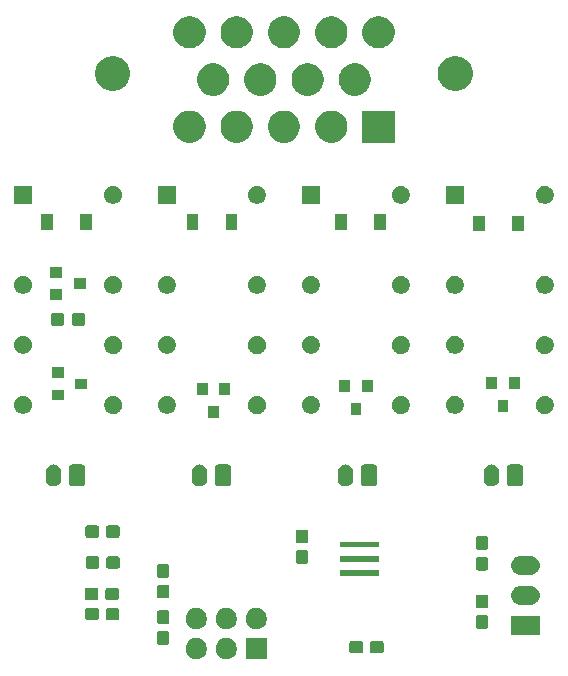
<source format=gbr>
G04 #@! TF.GenerationSoftware,KiCad,Pcbnew,5.1.5-52549c5~84~ubuntu18.04.1*
G04 #@! TF.CreationDate,2020-02-06T21:07:47-05:00*
G04 #@! TF.ProjectId,FH_fault-latch,46485f66-6175-46c7-942d-6c617463682e,rev?*
G04 #@! TF.SameCoordinates,Original*
G04 #@! TF.FileFunction,Soldermask,Bot*
G04 #@! TF.FilePolarity,Negative*
%FSLAX46Y46*%
G04 Gerber Fmt 4.6, Leading zero omitted, Abs format (unit mm)*
G04 Created by KiCad (PCBNEW 5.1.5-52549c5~84~ubuntu18.04.1) date 2020-02-06 21:07:47*
%MOMM*%
%LPD*%
G04 APERTURE LIST*
%ADD10C,0.100000*%
G04 APERTURE END LIST*
D10*
G36*
X122732012Y-125024427D02*
G01*
X122881312Y-125054124D01*
X123045284Y-125122044D01*
X123192854Y-125220647D01*
X123318353Y-125346146D01*
X123416956Y-125493716D01*
X123484876Y-125657688D01*
X123519500Y-125831759D01*
X123519500Y-126009241D01*
X123484876Y-126183312D01*
X123416956Y-126347284D01*
X123318353Y-126494854D01*
X123192854Y-126620353D01*
X123045284Y-126718956D01*
X122881312Y-126786876D01*
X122732012Y-126816573D01*
X122707242Y-126821500D01*
X122529758Y-126821500D01*
X122504988Y-126816573D01*
X122355688Y-126786876D01*
X122191716Y-126718956D01*
X122044146Y-126620353D01*
X121918647Y-126494854D01*
X121820044Y-126347284D01*
X121752124Y-126183312D01*
X121717500Y-126009241D01*
X121717500Y-125831759D01*
X121752124Y-125657688D01*
X121820044Y-125493716D01*
X121918647Y-125346146D01*
X122044146Y-125220647D01*
X122191716Y-125122044D01*
X122355688Y-125054124D01*
X122504988Y-125024427D01*
X122529758Y-125019500D01*
X122707242Y-125019500D01*
X122732012Y-125024427D01*
G37*
G36*
X125272012Y-125024427D02*
G01*
X125421312Y-125054124D01*
X125585284Y-125122044D01*
X125732854Y-125220647D01*
X125858353Y-125346146D01*
X125956956Y-125493716D01*
X126024876Y-125657688D01*
X126059500Y-125831759D01*
X126059500Y-126009241D01*
X126024876Y-126183312D01*
X125956956Y-126347284D01*
X125858353Y-126494854D01*
X125732854Y-126620353D01*
X125585284Y-126718956D01*
X125421312Y-126786876D01*
X125272012Y-126816573D01*
X125247242Y-126821500D01*
X125069758Y-126821500D01*
X125044988Y-126816573D01*
X124895688Y-126786876D01*
X124731716Y-126718956D01*
X124584146Y-126620353D01*
X124458647Y-126494854D01*
X124360044Y-126347284D01*
X124292124Y-126183312D01*
X124257500Y-126009241D01*
X124257500Y-125831759D01*
X124292124Y-125657688D01*
X124360044Y-125493716D01*
X124458647Y-125346146D01*
X124584146Y-125220647D01*
X124731716Y-125122044D01*
X124895688Y-125054124D01*
X125044988Y-125024427D01*
X125069758Y-125019500D01*
X125247242Y-125019500D01*
X125272012Y-125024427D01*
G37*
G36*
X128599500Y-126821500D02*
G01*
X126797500Y-126821500D01*
X126797500Y-125019500D01*
X128599500Y-125019500D01*
X128599500Y-126821500D01*
G37*
G36*
X136572499Y-125271945D02*
G01*
X136609995Y-125283320D01*
X136644554Y-125301792D01*
X136674847Y-125326653D01*
X136699708Y-125356946D01*
X136718180Y-125391505D01*
X136729555Y-125429001D01*
X136734000Y-125474138D01*
X136734000Y-126112862D01*
X136729555Y-126157999D01*
X136718180Y-126195495D01*
X136699708Y-126230054D01*
X136674847Y-126260347D01*
X136644554Y-126285208D01*
X136609995Y-126303680D01*
X136572499Y-126315055D01*
X136527362Y-126319500D01*
X135788638Y-126319500D01*
X135743501Y-126315055D01*
X135706005Y-126303680D01*
X135671446Y-126285208D01*
X135641153Y-126260347D01*
X135616292Y-126230054D01*
X135597820Y-126195495D01*
X135586445Y-126157999D01*
X135582000Y-126112862D01*
X135582000Y-125474138D01*
X135586445Y-125429001D01*
X135597820Y-125391505D01*
X135616292Y-125356946D01*
X135641153Y-125326653D01*
X135671446Y-125301792D01*
X135706005Y-125283320D01*
X135743501Y-125271945D01*
X135788638Y-125267500D01*
X136527362Y-125267500D01*
X136572499Y-125271945D01*
G37*
G36*
X138322499Y-125271945D02*
G01*
X138359995Y-125283320D01*
X138394554Y-125301792D01*
X138424847Y-125326653D01*
X138449708Y-125356946D01*
X138468180Y-125391505D01*
X138479555Y-125429001D01*
X138484000Y-125474138D01*
X138484000Y-126112862D01*
X138479555Y-126157999D01*
X138468180Y-126195495D01*
X138449708Y-126230054D01*
X138424847Y-126260347D01*
X138394554Y-126285208D01*
X138359995Y-126303680D01*
X138322499Y-126315055D01*
X138277362Y-126319500D01*
X137538638Y-126319500D01*
X137493501Y-126315055D01*
X137456005Y-126303680D01*
X137421446Y-126285208D01*
X137391153Y-126260347D01*
X137366292Y-126230054D01*
X137347820Y-126195495D01*
X137336445Y-126157999D01*
X137332000Y-126112862D01*
X137332000Y-125474138D01*
X137336445Y-125429001D01*
X137347820Y-125391505D01*
X137366292Y-125356946D01*
X137391153Y-125326653D01*
X137421446Y-125301792D01*
X137456005Y-125283320D01*
X137493501Y-125271945D01*
X137538638Y-125267500D01*
X138277362Y-125267500D01*
X138322499Y-125271945D01*
G37*
G36*
X120188999Y-124431945D02*
G01*
X120226495Y-124443320D01*
X120261054Y-124461792D01*
X120291347Y-124486653D01*
X120316208Y-124516946D01*
X120334680Y-124551505D01*
X120346055Y-124589001D01*
X120350500Y-124634138D01*
X120350500Y-125372862D01*
X120346055Y-125417999D01*
X120334680Y-125455495D01*
X120316208Y-125490054D01*
X120291347Y-125520347D01*
X120261054Y-125545208D01*
X120226495Y-125563680D01*
X120188999Y-125575055D01*
X120143862Y-125579500D01*
X119505138Y-125579500D01*
X119460001Y-125575055D01*
X119422505Y-125563680D01*
X119387946Y-125545208D01*
X119357653Y-125520347D01*
X119332792Y-125490054D01*
X119314320Y-125455495D01*
X119302945Y-125417999D01*
X119298500Y-125372862D01*
X119298500Y-124634138D01*
X119302945Y-124589001D01*
X119314320Y-124551505D01*
X119332792Y-124516946D01*
X119357653Y-124486653D01*
X119387946Y-124461792D01*
X119422505Y-124443320D01*
X119460001Y-124431945D01*
X119505138Y-124427500D01*
X120143862Y-124427500D01*
X120188999Y-124431945D01*
G37*
G36*
X151696000Y-124753000D02*
G01*
X149294000Y-124753000D01*
X149294000Y-123151000D01*
X151696000Y-123151000D01*
X151696000Y-124753000D01*
G37*
G36*
X127812012Y-122484427D02*
G01*
X127961312Y-122514124D01*
X128125284Y-122582044D01*
X128272854Y-122680647D01*
X128398353Y-122806146D01*
X128496956Y-122953716D01*
X128564876Y-123117688D01*
X128599500Y-123291759D01*
X128599500Y-123469241D01*
X128564876Y-123643312D01*
X128496956Y-123807284D01*
X128398353Y-123954854D01*
X128272854Y-124080353D01*
X128125284Y-124178956D01*
X127961312Y-124246876D01*
X127812012Y-124276573D01*
X127787242Y-124281500D01*
X127609758Y-124281500D01*
X127584988Y-124276573D01*
X127435688Y-124246876D01*
X127271716Y-124178956D01*
X127124146Y-124080353D01*
X126998647Y-123954854D01*
X126900044Y-123807284D01*
X126832124Y-123643312D01*
X126797500Y-123469241D01*
X126797500Y-123291759D01*
X126832124Y-123117688D01*
X126900044Y-122953716D01*
X126998647Y-122806146D01*
X127124146Y-122680647D01*
X127271716Y-122582044D01*
X127435688Y-122514124D01*
X127584988Y-122484427D01*
X127609758Y-122479500D01*
X127787242Y-122479500D01*
X127812012Y-122484427D01*
G37*
G36*
X125272012Y-122484427D02*
G01*
X125421312Y-122514124D01*
X125585284Y-122582044D01*
X125732854Y-122680647D01*
X125858353Y-122806146D01*
X125956956Y-122953716D01*
X126024876Y-123117688D01*
X126059500Y-123291759D01*
X126059500Y-123469241D01*
X126024876Y-123643312D01*
X125956956Y-123807284D01*
X125858353Y-123954854D01*
X125732854Y-124080353D01*
X125585284Y-124178956D01*
X125421312Y-124246876D01*
X125272012Y-124276573D01*
X125247242Y-124281500D01*
X125069758Y-124281500D01*
X125044988Y-124276573D01*
X124895688Y-124246876D01*
X124731716Y-124178956D01*
X124584146Y-124080353D01*
X124458647Y-123954854D01*
X124360044Y-123807284D01*
X124292124Y-123643312D01*
X124257500Y-123469241D01*
X124257500Y-123291759D01*
X124292124Y-123117688D01*
X124360044Y-122953716D01*
X124458647Y-122806146D01*
X124584146Y-122680647D01*
X124731716Y-122582044D01*
X124895688Y-122514124D01*
X125044988Y-122484427D01*
X125069758Y-122479500D01*
X125247242Y-122479500D01*
X125272012Y-122484427D01*
G37*
G36*
X122732012Y-122484427D02*
G01*
X122881312Y-122514124D01*
X123045284Y-122582044D01*
X123192854Y-122680647D01*
X123318353Y-122806146D01*
X123416956Y-122953716D01*
X123484876Y-123117688D01*
X123519500Y-123291759D01*
X123519500Y-123469241D01*
X123484876Y-123643312D01*
X123416956Y-123807284D01*
X123318353Y-123954854D01*
X123192854Y-124080353D01*
X123045284Y-124178956D01*
X122881312Y-124246876D01*
X122732012Y-124276573D01*
X122707242Y-124281500D01*
X122529758Y-124281500D01*
X122504988Y-124276573D01*
X122355688Y-124246876D01*
X122191716Y-124178956D01*
X122044146Y-124080353D01*
X121918647Y-123954854D01*
X121820044Y-123807284D01*
X121752124Y-123643312D01*
X121717500Y-123469241D01*
X121717500Y-123291759D01*
X121752124Y-123117688D01*
X121820044Y-122953716D01*
X121918647Y-122806146D01*
X122044146Y-122680647D01*
X122191716Y-122582044D01*
X122355688Y-122514124D01*
X122504988Y-122484427D01*
X122529758Y-122479500D01*
X122707242Y-122479500D01*
X122732012Y-122484427D01*
G37*
G36*
X147176499Y-123098445D02*
G01*
X147213995Y-123109820D01*
X147248554Y-123128292D01*
X147278847Y-123153153D01*
X147303708Y-123183446D01*
X147322180Y-123218005D01*
X147333555Y-123255501D01*
X147338000Y-123300638D01*
X147338000Y-124039362D01*
X147333555Y-124084499D01*
X147322180Y-124121995D01*
X147303708Y-124156554D01*
X147278847Y-124186847D01*
X147248554Y-124211708D01*
X147213995Y-124230180D01*
X147176499Y-124241555D01*
X147131362Y-124246000D01*
X146492638Y-124246000D01*
X146447501Y-124241555D01*
X146410005Y-124230180D01*
X146375446Y-124211708D01*
X146345153Y-124186847D01*
X146320292Y-124156554D01*
X146301820Y-124121995D01*
X146290445Y-124084499D01*
X146286000Y-124039362D01*
X146286000Y-123300638D01*
X146290445Y-123255501D01*
X146301820Y-123218005D01*
X146320292Y-123183446D01*
X146345153Y-123153153D01*
X146375446Y-123128292D01*
X146410005Y-123109820D01*
X146447501Y-123098445D01*
X146492638Y-123094000D01*
X147131362Y-123094000D01*
X147176499Y-123098445D01*
G37*
G36*
X120188999Y-122681945D02*
G01*
X120226495Y-122693320D01*
X120261054Y-122711792D01*
X120291347Y-122736653D01*
X120316208Y-122766946D01*
X120334680Y-122801505D01*
X120346055Y-122839001D01*
X120350500Y-122884138D01*
X120350500Y-123622862D01*
X120346055Y-123667999D01*
X120334680Y-123705495D01*
X120316208Y-123740054D01*
X120291347Y-123770347D01*
X120261054Y-123795208D01*
X120226495Y-123813680D01*
X120188999Y-123825055D01*
X120143862Y-123829500D01*
X119505138Y-123829500D01*
X119460001Y-123825055D01*
X119422505Y-123813680D01*
X119387946Y-123795208D01*
X119357653Y-123770347D01*
X119332792Y-123740054D01*
X119314320Y-123705495D01*
X119302945Y-123667999D01*
X119298500Y-123622862D01*
X119298500Y-122884138D01*
X119302945Y-122839001D01*
X119314320Y-122801505D01*
X119332792Y-122766946D01*
X119357653Y-122736653D01*
X119387946Y-122711792D01*
X119422505Y-122693320D01*
X119460001Y-122681945D01*
X119505138Y-122677500D01*
X120143862Y-122677500D01*
X120188999Y-122681945D01*
G37*
G36*
X114206499Y-122477945D02*
G01*
X114243995Y-122489320D01*
X114278554Y-122507792D01*
X114308847Y-122532653D01*
X114333708Y-122562946D01*
X114352180Y-122597505D01*
X114363555Y-122635001D01*
X114368000Y-122680138D01*
X114368000Y-123318862D01*
X114363555Y-123363999D01*
X114352180Y-123401495D01*
X114333708Y-123436054D01*
X114308847Y-123466347D01*
X114278554Y-123491208D01*
X114243995Y-123509680D01*
X114206499Y-123521055D01*
X114161362Y-123525500D01*
X113422638Y-123525500D01*
X113377501Y-123521055D01*
X113340005Y-123509680D01*
X113305446Y-123491208D01*
X113275153Y-123466347D01*
X113250292Y-123436054D01*
X113231820Y-123401495D01*
X113220445Y-123363999D01*
X113216000Y-123318862D01*
X113216000Y-122680138D01*
X113220445Y-122635001D01*
X113231820Y-122597505D01*
X113250292Y-122562946D01*
X113275153Y-122532653D01*
X113305446Y-122507792D01*
X113340005Y-122489320D01*
X113377501Y-122477945D01*
X113422638Y-122473500D01*
X114161362Y-122473500D01*
X114206499Y-122477945D01*
G37*
G36*
X115956499Y-122477945D02*
G01*
X115993995Y-122489320D01*
X116028554Y-122507792D01*
X116058847Y-122532653D01*
X116083708Y-122562946D01*
X116102180Y-122597505D01*
X116113555Y-122635001D01*
X116118000Y-122680138D01*
X116118000Y-123318862D01*
X116113555Y-123363999D01*
X116102180Y-123401495D01*
X116083708Y-123436054D01*
X116058847Y-123466347D01*
X116028554Y-123491208D01*
X115993995Y-123509680D01*
X115956499Y-123521055D01*
X115911362Y-123525500D01*
X115172638Y-123525500D01*
X115127501Y-123521055D01*
X115090005Y-123509680D01*
X115055446Y-123491208D01*
X115025153Y-123466347D01*
X115000292Y-123436054D01*
X114981820Y-123401495D01*
X114970445Y-123363999D01*
X114966000Y-123318862D01*
X114966000Y-122680138D01*
X114970445Y-122635001D01*
X114981820Y-122597505D01*
X115000292Y-122562946D01*
X115025153Y-122532653D01*
X115055446Y-122507792D01*
X115090005Y-122489320D01*
X115127501Y-122477945D01*
X115172638Y-122473500D01*
X115911362Y-122473500D01*
X115956499Y-122477945D01*
G37*
G36*
X147176499Y-121348445D02*
G01*
X147213995Y-121359820D01*
X147248554Y-121378292D01*
X147278847Y-121403153D01*
X147303708Y-121433446D01*
X147322180Y-121468005D01*
X147333555Y-121505501D01*
X147338000Y-121550638D01*
X147338000Y-122289362D01*
X147333555Y-122334499D01*
X147322180Y-122371995D01*
X147303708Y-122406554D01*
X147278847Y-122436847D01*
X147248554Y-122461708D01*
X147213995Y-122480180D01*
X147176499Y-122491555D01*
X147131362Y-122496000D01*
X146492638Y-122496000D01*
X146447501Y-122491555D01*
X146410005Y-122480180D01*
X146375446Y-122461708D01*
X146345153Y-122436847D01*
X146320292Y-122406554D01*
X146301820Y-122371995D01*
X146290445Y-122334499D01*
X146286000Y-122289362D01*
X146286000Y-121550638D01*
X146290445Y-121505501D01*
X146301820Y-121468005D01*
X146320292Y-121433446D01*
X146345153Y-121403153D01*
X146375446Y-121378292D01*
X146410005Y-121359820D01*
X146447501Y-121348445D01*
X146492638Y-121344000D01*
X147131362Y-121344000D01*
X147176499Y-121348445D01*
G37*
G36*
X150973571Y-120614863D02*
G01*
X151052023Y-120622590D01*
X151152682Y-120653125D01*
X151203013Y-120668392D01*
X151342165Y-120742771D01*
X151464133Y-120842867D01*
X151564229Y-120964835D01*
X151638608Y-121103987D01*
X151638608Y-121103988D01*
X151684410Y-121254977D01*
X151699875Y-121412000D01*
X151684410Y-121569023D01*
X151657874Y-121656500D01*
X151638608Y-121720013D01*
X151564229Y-121859165D01*
X151464133Y-121981133D01*
X151342165Y-122081229D01*
X151203013Y-122155608D01*
X151152682Y-122170875D01*
X151052023Y-122201410D01*
X150973571Y-122209137D01*
X150934346Y-122213000D01*
X150055654Y-122213000D01*
X150016429Y-122209137D01*
X149937977Y-122201410D01*
X149837318Y-122170875D01*
X149786987Y-122155608D01*
X149647835Y-122081229D01*
X149525867Y-121981133D01*
X149425771Y-121859165D01*
X149351392Y-121720013D01*
X149332126Y-121656500D01*
X149305590Y-121569023D01*
X149290125Y-121412000D01*
X149305590Y-121254977D01*
X149351392Y-121103988D01*
X149351392Y-121103987D01*
X149425771Y-120964835D01*
X149525867Y-120842867D01*
X149647835Y-120742771D01*
X149786987Y-120668392D01*
X149837318Y-120653125D01*
X149937977Y-120622590D01*
X150016429Y-120614863D01*
X150055654Y-120611000D01*
X150934346Y-120611000D01*
X150973571Y-120614863D01*
G37*
G36*
X114170999Y-120763445D02*
G01*
X114208495Y-120774820D01*
X114243054Y-120793292D01*
X114273347Y-120818153D01*
X114298208Y-120848446D01*
X114316680Y-120883005D01*
X114328055Y-120920501D01*
X114332500Y-120965638D01*
X114332500Y-121604362D01*
X114328055Y-121649499D01*
X114316680Y-121686995D01*
X114298208Y-121721554D01*
X114273347Y-121751847D01*
X114243054Y-121776708D01*
X114208495Y-121795180D01*
X114170999Y-121806555D01*
X114125862Y-121811000D01*
X113387138Y-121811000D01*
X113342001Y-121806555D01*
X113304505Y-121795180D01*
X113269946Y-121776708D01*
X113239653Y-121751847D01*
X113214792Y-121721554D01*
X113196320Y-121686995D01*
X113184945Y-121649499D01*
X113180500Y-121604362D01*
X113180500Y-120965638D01*
X113184945Y-120920501D01*
X113196320Y-120883005D01*
X113214792Y-120848446D01*
X113239653Y-120818153D01*
X113269946Y-120793292D01*
X113304505Y-120774820D01*
X113342001Y-120763445D01*
X113387138Y-120759000D01*
X114125862Y-120759000D01*
X114170999Y-120763445D01*
G37*
G36*
X115920999Y-120763445D02*
G01*
X115958495Y-120774820D01*
X115993054Y-120793292D01*
X116023347Y-120818153D01*
X116048208Y-120848446D01*
X116066680Y-120883005D01*
X116078055Y-120920501D01*
X116082500Y-120965638D01*
X116082500Y-121604362D01*
X116078055Y-121649499D01*
X116066680Y-121686995D01*
X116048208Y-121721554D01*
X116023347Y-121751847D01*
X115993054Y-121776708D01*
X115958495Y-121795180D01*
X115920999Y-121806555D01*
X115875862Y-121811000D01*
X115137138Y-121811000D01*
X115092001Y-121806555D01*
X115054505Y-121795180D01*
X115019946Y-121776708D01*
X114989653Y-121751847D01*
X114964792Y-121721554D01*
X114946320Y-121686995D01*
X114934945Y-121649499D01*
X114930500Y-121604362D01*
X114930500Y-120965638D01*
X114934945Y-120920501D01*
X114946320Y-120883005D01*
X114964792Y-120848446D01*
X114989653Y-120818153D01*
X115019946Y-120793292D01*
X115054505Y-120774820D01*
X115092001Y-120763445D01*
X115137138Y-120759000D01*
X115875862Y-120759000D01*
X115920999Y-120763445D01*
G37*
G36*
X120188999Y-120508945D02*
G01*
X120226495Y-120520320D01*
X120261054Y-120538792D01*
X120291347Y-120563653D01*
X120316208Y-120593946D01*
X120334680Y-120628505D01*
X120346055Y-120666001D01*
X120350500Y-120711138D01*
X120350500Y-121449862D01*
X120346055Y-121494999D01*
X120334680Y-121532495D01*
X120316208Y-121567054D01*
X120291347Y-121597347D01*
X120261054Y-121622208D01*
X120226495Y-121640680D01*
X120188999Y-121652055D01*
X120143862Y-121656500D01*
X119505138Y-121656500D01*
X119460001Y-121652055D01*
X119422505Y-121640680D01*
X119387946Y-121622208D01*
X119357653Y-121597347D01*
X119332792Y-121567054D01*
X119314320Y-121532495D01*
X119302945Y-121494999D01*
X119298500Y-121449862D01*
X119298500Y-120711138D01*
X119302945Y-120666001D01*
X119314320Y-120628505D01*
X119332792Y-120593946D01*
X119357653Y-120563653D01*
X119387946Y-120538792D01*
X119422505Y-120520320D01*
X119460001Y-120508945D01*
X119505138Y-120504500D01*
X120143862Y-120504500D01*
X120188999Y-120508945D01*
G37*
G36*
X120188999Y-118758945D02*
G01*
X120226495Y-118770320D01*
X120261054Y-118788792D01*
X120291347Y-118813653D01*
X120316208Y-118843946D01*
X120334680Y-118878505D01*
X120346055Y-118916001D01*
X120350500Y-118961138D01*
X120350500Y-119699862D01*
X120346055Y-119744999D01*
X120334680Y-119782495D01*
X120316208Y-119817054D01*
X120291347Y-119847347D01*
X120261054Y-119872208D01*
X120226495Y-119890680D01*
X120188999Y-119902055D01*
X120143862Y-119906500D01*
X119505138Y-119906500D01*
X119460001Y-119902055D01*
X119422505Y-119890680D01*
X119387946Y-119872208D01*
X119357653Y-119847347D01*
X119332792Y-119817054D01*
X119314320Y-119782495D01*
X119302945Y-119744999D01*
X119298500Y-119699862D01*
X119298500Y-118961138D01*
X119302945Y-118916001D01*
X119314320Y-118878505D01*
X119332792Y-118843946D01*
X119357653Y-118813653D01*
X119387946Y-118788792D01*
X119422505Y-118770320D01*
X119460001Y-118758945D01*
X119505138Y-118754500D01*
X120143862Y-118754500D01*
X120188999Y-118758945D01*
G37*
G36*
X138112500Y-119751500D02*
G01*
X134810500Y-119751500D01*
X134810500Y-119249500D01*
X138112500Y-119249500D01*
X138112500Y-119751500D01*
G37*
G36*
X150973571Y-118074863D02*
G01*
X151052023Y-118082590D01*
X151135195Y-118107820D01*
X151203013Y-118128392D01*
X151342165Y-118202771D01*
X151464133Y-118302867D01*
X151564229Y-118424835D01*
X151638608Y-118563987D01*
X151638608Y-118563988D01*
X151684410Y-118714977D01*
X151699875Y-118872000D01*
X151684410Y-119029023D01*
X151659934Y-119109708D01*
X151638608Y-119180013D01*
X151564229Y-119319165D01*
X151464133Y-119441133D01*
X151342165Y-119541229D01*
X151203013Y-119615608D01*
X151152682Y-119630875D01*
X151052023Y-119661410D01*
X150973571Y-119669137D01*
X150934346Y-119673000D01*
X150055654Y-119673000D01*
X150016429Y-119669137D01*
X149937977Y-119661410D01*
X149837318Y-119630875D01*
X149786987Y-119615608D01*
X149647835Y-119541229D01*
X149525867Y-119441133D01*
X149425771Y-119319165D01*
X149351392Y-119180013D01*
X149330066Y-119109708D01*
X149305590Y-119029023D01*
X149290125Y-118872000D01*
X149305590Y-118714977D01*
X149351392Y-118563988D01*
X149351392Y-118563987D01*
X149425771Y-118424835D01*
X149525867Y-118302867D01*
X149647835Y-118202771D01*
X149786987Y-118128392D01*
X149854805Y-118107820D01*
X149937977Y-118082590D01*
X150016429Y-118074863D01*
X150055654Y-118071000D01*
X150934346Y-118071000D01*
X150973571Y-118074863D01*
G37*
G36*
X147176499Y-118159445D02*
G01*
X147213995Y-118170820D01*
X147248554Y-118189292D01*
X147278847Y-118214153D01*
X147303708Y-118244446D01*
X147322180Y-118279005D01*
X147333555Y-118316501D01*
X147338000Y-118361638D01*
X147338000Y-119100362D01*
X147333555Y-119145499D01*
X147322180Y-119182995D01*
X147303708Y-119217554D01*
X147278847Y-119247847D01*
X147248554Y-119272708D01*
X147213995Y-119291180D01*
X147176499Y-119302555D01*
X147131362Y-119307000D01*
X146492638Y-119307000D01*
X146447501Y-119302555D01*
X146410005Y-119291180D01*
X146375446Y-119272708D01*
X146345153Y-119247847D01*
X146320292Y-119217554D01*
X146301820Y-119182995D01*
X146290445Y-119145499D01*
X146286000Y-119100362D01*
X146286000Y-118361638D01*
X146290445Y-118316501D01*
X146301820Y-118279005D01*
X146320292Y-118244446D01*
X146345153Y-118214153D01*
X146375446Y-118189292D01*
X146410005Y-118170820D01*
X146447501Y-118159445D01*
X146492638Y-118155000D01*
X147131362Y-118155000D01*
X147176499Y-118159445D01*
G37*
G36*
X115984499Y-118096445D02*
G01*
X116021995Y-118107820D01*
X116056554Y-118126292D01*
X116086847Y-118151153D01*
X116111708Y-118181446D01*
X116130180Y-118216005D01*
X116141555Y-118253501D01*
X116146000Y-118298638D01*
X116146000Y-118937362D01*
X116141555Y-118982499D01*
X116130180Y-119019995D01*
X116111708Y-119054554D01*
X116086847Y-119084847D01*
X116056554Y-119109708D01*
X116021995Y-119128180D01*
X115984499Y-119139555D01*
X115939362Y-119144000D01*
X115200638Y-119144000D01*
X115155501Y-119139555D01*
X115118005Y-119128180D01*
X115083446Y-119109708D01*
X115053153Y-119084847D01*
X115028292Y-119054554D01*
X115009820Y-119019995D01*
X114998445Y-118982499D01*
X114994000Y-118937362D01*
X114994000Y-118298638D01*
X114998445Y-118253501D01*
X115009820Y-118216005D01*
X115028292Y-118181446D01*
X115053153Y-118151153D01*
X115083446Y-118126292D01*
X115118005Y-118107820D01*
X115155501Y-118096445D01*
X115200638Y-118092000D01*
X115939362Y-118092000D01*
X115984499Y-118096445D01*
G37*
G36*
X114234499Y-118096445D02*
G01*
X114271995Y-118107820D01*
X114306554Y-118126292D01*
X114336847Y-118151153D01*
X114361708Y-118181446D01*
X114380180Y-118216005D01*
X114391555Y-118253501D01*
X114396000Y-118298638D01*
X114396000Y-118937362D01*
X114391555Y-118982499D01*
X114380180Y-119019995D01*
X114361708Y-119054554D01*
X114336847Y-119084847D01*
X114306554Y-119109708D01*
X114271995Y-119128180D01*
X114234499Y-119139555D01*
X114189362Y-119144000D01*
X113450638Y-119144000D01*
X113405501Y-119139555D01*
X113368005Y-119128180D01*
X113333446Y-119109708D01*
X113303153Y-119084847D01*
X113278292Y-119054554D01*
X113259820Y-119019995D01*
X113248445Y-118982499D01*
X113244000Y-118937362D01*
X113244000Y-118298638D01*
X113248445Y-118253501D01*
X113259820Y-118216005D01*
X113278292Y-118181446D01*
X113303153Y-118151153D01*
X113333446Y-118126292D01*
X113368005Y-118107820D01*
X113405501Y-118096445D01*
X113450638Y-118092000D01*
X114189362Y-118092000D01*
X114234499Y-118096445D01*
G37*
G36*
X131936499Y-117587945D02*
G01*
X131973995Y-117599320D01*
X132008554Y-117617792D01*
X132038847Y-117642653D01*
X132063708Y-117672946D01*
X132082180Y-117707505D01*
X132093555Y-117745001D01*
X132098000Y-117790138D01*
X132098000Y-118528862D01*
X132093555Y-118573999D01*
X132082180Y-118611495D01*
X132063708Y-118646054D01*
X132038847Y-118676347D01*
X132008554Y-118701208D01*
X131973995Y-118719680D01*
X131936499Y-118731055D01*
X131891362Y-118735500D01*
X131252638Y-118735500D01*
X131207501Y-118731055D01*
X131170005Y-118719680D01*
X131135446Y-118701208D01*
X131105153Y-118676347D01*
X131080292Y-118646054D01*
X131061820Y-118611495D01*
X131050445Y-118573999D01*
X131046000Y-118528862D01*
X131046000Y-117790138D01*
X131050445Y-117745001D01*
X131061820Y-117707505D01*
X131080292Y-117672946D01*
X131105153Y-117642653D01*
X131135446Y-117617792D01*
X131170005Y-117599320D01*
X131207501Y-117587945D01*
X131252638Y-117583500D01*
X131891362Y-117583500D01*
X131936499Y-117587945D01*
G37*
G36*
X138112500Y-118551500D02*
G01*
X134810500Y-118551500D01*
X134810500Y-118049500D01*
X138112500Y-118049500D01*
X138112500Y-118551500D01*
G37*
G36*
X147176499Y-116409445D02*
G01*
X147213995Y-116420820D01*
X147248554Y-116439292D01*
X147278847Y-116464153D01*
X147303708Y-116494446D01*
X147322180Y-116529005D01*
X147333555Y-116566501D01*
X147338000Y-116611638D01*
X147338000Y-117350362D01*
X147333555Y-117395499D01*
X147322180Y-117432995D01*
X147303708Y-117467554D01*
X147278847Y-117497847D01*
X147248554Y-117522708D01*
X147213995Y-117541180D01*
X147176499Y-117552555D01*
X147131362Y-117557000D01*
X146492638Y-117557000D01*
X146447501Y-117552555D01*
X146410005Y-117541180D01*
X146375446Y-117522708D01*
X146345153Y-117497847D01*
X146320292Y-117467554D01*
X146301820Y-117432995D01*
X146290445Y-117395499D01*
X146286000Y-117350362D01*
X146286000Y-116611638D01*
X146290445Y-116566501D01*
X146301820Y-116529005D01*
X146320292Y-116494446D01*
X146345153Y-116464153D01*
X146375446Y-116439292D01*
X146410005Y-116420820D01*
X146447501Y-116409445D01*
X146492638Y-116405000D01*
X147131362Y-116405000D01*
X147176499Y-116409445D01*
G37*
G36*
X138112500Y-117351500D02*
G01*
X134810500Y-117351500D01*
X134810500Y-116849500D01*
X138112500Y-116849500D01*
X138112500Y-117351500D01*
G37*
G36*
X131936499Y-115837945D02*
G01*
X131973995Y-115849320D01*
X132008554Y-115867792D01*
X132038847Y-115892653D01*
X132063708Y-115922946D01*
X132082180Y-115957505D01*
X132093555Y-115995001D01*
X132098000Y-116040138D01*
X132098000Y-116778862D01*
X132093555Y-116823999D01*
X132082180Y-116861495D01*
X132063708Y-116896054D01*
X132038847Y-116926347D01*
X132008554Y-116951208D01*
X131973995Y-116969680D01*
X131936499Y-116981055D01*
X131891362Y-116985500D01*
X131252638Y-116985500D01*
X131207501Y-116981055D01*
X131170005Y-116969680D01*
X131135446Y-116951208D01*
X131105153Y-116926347D01*
X131080292Y-116896054D01*
X131061820Y-116861495D01*
X131050445Y-116823999D01*
X131046000Y-116778862D01*
X131046000Y-116040138D01*
X131050445Y-115995001D01*
X131061820Y-115957505D01*
X131080292Y-115922946D01*
X131105153Y-115892653D01*
X131135446Y-115867792D01*
X131170005Y-115849320D01*
X131207501Y-115837945D01*
X131252638Y-115833500D01*
X131891362Y-115833500D01*
X131936499Y-115837945D01*
G37*
G36*
X114220499Y-115492945D02*
G01*
X114257995Y-115504320D01*
X114292554Y-115522792D01*
X114322847Y-115547653D01*
X114347708Y-115577946D01*
X114366180Y-115612505D01*
X114377555Y-115650001D01*
X114382000Y-115695138D01*
X114382000Y-116333862D01*
X114377555Y-116378999D01*
X114366180Y-116416495D01*
X114347708Y-116451054D01*
X114322847Y-116481347D01*
X114292554Y-116506208D01*
X114257995Y-116524680D01*
X114220499Y-116536055D01*
X114175362Y-116540500D01*
X113436638Y-116540500D01*
X113391501Y-116536055D01*
X113354005Y-116524680D01*
X113319446Y-116506208D01*
X113289153Y-116481347D01*
X113264292Y-116451054D01*
X113245820Y-116416495D01*
X113234445Y-116378999D01*
X113230000Y-116333862D01*
X113230000Y-115695138D01*
X113234445Y-115650001D01*
X113245820Y-115612505D01*
X113264292Y-115577946D01*
X113289153Y-115547653D01*
X113319446Y-115522792D01*
X113354005Y-115504320D01*
X113391501Y-115492945D01*
X113436638Y-115488500D01*
X114175362Y-115488500D01*
X114220499Y-115492945D01*
G37*
G36*
X115970499Y-115492945D02*
G01*
X116007995Y-115504320D01*
X116042554Y-115522792D01*
X116072847Y-115547653D01*
X116097708Y-115577946D01*
X116116180Y-115612505D01*
X116127555Y-115650001D01*
X116132000Y-115695138D01*
X116132000Y-116333862D01*
X116127555Y-116378999D01*
X116116180Y-116416495D01*
X116097708Y-116451054D01*
X116072847Y-116481347D01*
X116042554Y-116506208D01*
X116007995Y-116524680D01*
X115970499Y-116536055D01*
X115925362Y-116540500D01*
X115186638Y-116540500D01*
X115141501Y-116536055D01*
X115104005Y-116524680D01*
X115069446Y-116506208D01*
X115039153Y-116481347D01*
X115014292Y-116451054D01*
X114995820Y-116416495D01*
X114984445Y-116378999D01*
X114980000Y-116333862D01*
X114980000Y-115695138D01*
X114984445Y-115650001D01*
X114995820Y-115612505D01*
X115014292Y-115577946D01*
X115039153Y-115547653D01*
X115069446Y-115522792D01*
X115104005Y-115504320D01*
X115141501Y-115492945D01*
X115186638Y-115488500D01*
X115925362Y-115488500D01*
X115970499Y-115492945D01*
G37*
G36*
X147733618Y-110335420D02*
G01*
X147814400Y-110359925D01*
X147856336Y-110372646D01*
X147969425Y-110433094D01*
X148068554Y-110514446D01*
X148149906Y-110613575D01*
X148210354Y-110726664D01*
X148210355Y-110726668D01*
X148247580Y-110849382D01*
X148257000Y-110945027D01*
X148257000Y-111558973D01*
X148247580Y-111654618D01*
X148220040Y-111745404D01*
X148210354Y-111777336D01*
X148149906Y-111890425D01*
X148068554Y-111989553D01*
X147969424Y-112070906D01*
X147856335Y-112131354D01*
X147824403Y-112141040D01*
X147733617Y-112168580D01*
X147606000Y-112181149D01*
X147478382Y-112168580D01*
X147387596Y-112141040D01*
X147355664Y-112131354D01*
X147242575Y-112070906D01*
X147143447Y-111989554D01*
X147062094Y-111890424D01*
X147001646Y-111777335D01*
X146991960Y-111745403D01*
X146964420Y-111654617D01*
X146955000Y-111558972D01*
X146955000Y-110945027D01*
X146964420Y-110849382D01*
X147001645Y-110726668D01*
X147001645Y-110726667D01*
X147033957Y-110666217D01*
X147062095Y-110613574D01*
X147075493Y-110597249D01*
X147143447Y-110514446D01*
X147242576Y-110433094D01*
X147355665Y-110372646D01*
X147397601Y-110359925D01*
X147478383Y-110335420D01*
X147606000Y-110322851D01*
X147733618Y-110335420D01*
G37*
G36*
X135372284Y-110335420D02*
G01*
X135453066Y-110359925D01*
X135495002Y-110372646D01*
X135608091Y-110433094D01*
X135707220Y-110514446D01*
X135788572Y-110613575D01*
X135849020Y-110726664D01*
X135849021Y-110726668D01*
X135886246Y-110849382D01*
X135895666Y-110945027D01*
X135895666Y-111558973D01*
X135886246Y-111654618D01*
X135858706Y-111745404D01*
X135849020Y-111777336D01*
X135788572Y-111890425D01*
X135707220Y-111989553D01*
X135608090Y-112070906D01*
X135495001Y-112131354D01*
X135463069Y-112141040D01*
X135372283Y-112168580D01*
X135244666Y-112181149D01*
X135117048Y-112168580D01*
X135026262Y-112141040D01*
X134994330Y-112131354D01*
X134881241Y-112070906D01*
X134782113Y-111989554D01*
X134700760Y-111890424D01*
X134640312Y-111777335D01*
X134630626Y-111745403D01*
X134603086Y-111654617D01*
X134593666Y-111558972D01*
X134593666Y-110945027D01*
X134603086Y-110849382D01*
X134640311Y-110726668D01*
X134640311Y-110726667D01*
X134672623Y-110666217D01*
X134700761Y-110613574D01*
X134714159Y-110597249D01*
X134782113Y-110514446D01*
X134881242Y-110433094D01*
X134994331Y-110372646D01*
X135036267Y-110359925D01*
X135117049Y-110335420D01*
X135244666Y-110322851D01*
X135372284Y-110335420D01*
G37*
G36*
X123010951Y-110335420D02*
G01*
X123091733Y-110359925D01*
X123133669Y-110372646D01*
X123246758Y-110433094D01*
X123345887Y-110514446D01*
X123427239Y-110613575D01*
X123487687Y-110726664D01*
X123487688Y-110726668D01*
X123524913Y-110849382D01*
X123534333Y-110945027D01*
X123534333Y-111558973D01*
X123524913Y-111654618D01*
X123497373Y-111745404D01*
X123487687Y-111777336D01*
X123427239Y-111890425D01*
X123345887Y-111989553D01*
X123246757Y-112070906D01*
X123133668Y-112131354D01*
X123101736Y-112141040D01*
X123010950Y-112168580D01*
X122883333Y-112181149D01*
X122755715Y-112168580D01*
X122664929Y-112141040D01*
X122632997Y-112131354D01*
X122519908Y-112070906D01*
X122420780Y-111989554D01*
X122339427Y-111890424D01*
X122278979Y-111777335D01*
X122269293Y-111745403D01*
X122241753Y-111654617D01*
X122232333Y-111558972D01*
X122232333Y-110945027D01*
X122241753Y-110849382D01*
X122278978Y-110726668D01*
X122278978Y-110726667D01*
X122311290Y-110666217D01*
X122339428Y-110613574D01*
X122352826Y-110597249D01*
X122420780Y-110514446D01*
X122519909Y-110433094D01*
X122632998Y-110372646D01*
X122674934Y-110359925D01*
X122755716Y-110335420D01*
X122883333Y-110322851D01*
X123010951Y-110335420D01*
G37*
G36*
X110649618Y-110335420D02*
G01*
X110730400Y-110359925D01*
X110772336Y-110372646D01*
X110885425Y-110433094D01*
X110984554Y-110514446D01*
X111065906Y-110613575D01*
X111126354Y-110726664D01*
X111126355Y-110726668D01*
X111163580Y-110849382D01*
X111173000Y-110945027D01*
X111173000Y-111558973D01*
X111163580Y-111654618D01*
X111136040Y-111745404D01*
X111126354Y-111777336D01*
X111065906Y-111890425D01*
X110984554Y-111989553D01*
X110885424Y-112070906D01*
X110772335Y-112131354D01*
X110740403Y-112141040D01*
X110649617Y-112168580D01*
X110522000Y-112181149D01*
X110394382Y-112168580D01*
X110303596Y-112141040D01*
X110271664Y-112131354D01*
X110158575Y-112070906D01*
X110059447Y-111989554D01*
X109978094Y-111890424D01*
X109917646Y-111777335D01*
X109907960Y-111745403D01*
X109880420Y-111654617D01*
X109871000Y-111558972D01*
X109871000Y-110945027D01*
X109880420Y-110849382D01*
X109917645Y-110726668D01*
X109917645Y-110726667D01*
X109949957Y-110666217D01*
X109978095Y-110613574D01*
X109991493Y-110597249D01*
X110059447Y-110514446D01*
X110158576Y-110433094D01*
X110271665Y-110372646D01*
X110313601Y-110359925D01*
X110394383Y-110335420D01*
X110522000Y-110322851D01*
X110649618Y-110335420D01*
G37*
G36*
X113013242Y-110330404D02*
G01*
X113050337Y-110341657D01*
X113084515Y-110359925D01*
X113114481Y-110384519D01*
X113139075Y-110414485D01*
X113157343Y-110448663D01*
X113168596Y-110485758D01*
X113173000Y-110530474D01*
X113173000Y-111973526D01*
X113168596Y-112018242D01*
X113157343Y-112055337D01*
X113139075Y-112089515D01*
X113114481Y-112119481D01*
X113084515Y-112144075D01*
X113050337Y-112162343D01*
X113013242Y-112173596D01*
X112968526Y-112178000D01*
X112075474Y-112178000D01*
X112030758Y-112173596D01*
X111993663Y-112162343D01*
X111959485Y-112144075D01*
X111929519Y-112119481D01*
X111904925Y-112089515D01*
X111886657Y-112055337D01*
X111875404Y-112018242D01*
X111871000Y-111973526D01*
X111871000Y-110530474D01*
X111875404Y-110485758D01*
X111886657Y-110448663D01*
X111904925Y-110414485D01*
X111929519Y-110384519D01*
X111959485Y-110359925D01*
X111993663Y-110341657D01*
X112030758Y-110330404D01*
X112075474Y-110326000D01*
X112968526Y-110326000D01*
X113013242Y-110330404D01*
G37*
G36*
X137735908Y-110330404D02*
G01*
X137773003Y-110341657D01*
X137807181Y-110359925D01*
X137837147Y-110384519D01*
X137861741Y-110414485D01*
X137880009Y-110448663D01*
X137891262Y-110485758D01*
X137895666Y-110530474D01*
X137895666Y-111973526D01*
X137891262Y-112018242D01*
X137880009Y-112055337D01*
X137861741Y-112089515D01*
X137837147Y-112119481D01*
X137807181Y-112144075D01*
X137773003Y-112162343D01*
X137735908Y-112173596D01*
X137691192Y-112178000D01*
X136798140Y-112178000D01*
X136753424Y-112173596D01*
X136716329Y-112162343D01*
X136682151Y-112144075D01*
X136652185Y-112119481D01*
X136627591Y-112089515D01*
X136609323Y-112055337D01*
X136598070Y-112018242D01*
X136593666Y-111973526D01*
X136593666Y-110530474D01*
X136598070Y-110485758D01*
X136609323Y-110448663D01*
X136627591Y-110414485D01*
X136652185Y-110384519D01*
X136682151Y-110359925D01*
X136716329Y-110341657D01*
X136753424Y-110330404D01*
X136798140Y-110326000D01*
X137691192Y-110326000D01*
X137735908Y-110330404D01*
G37*
G36*
X125374575Y-110330404D02*
G01*
X125411670Y-110341657D01*
X125445848Y-110359925D01*
X125475814Y-110384519D01*
X125500408Y-110414485D01*
X125518676Y-110448663D01*
X125529929Y-110485758D01*
X125534333Y-110530474D01*
X125534333Y-111973526D01*
X125529929Y-112018242D01*
X125518676Y-112055337D01*
X125500408Y-112089515D01*
X125475814Y-112119481D01*
X125445848Y-112144075D01*
X125411670Y-112162343D01*
X125374575Y-112173596D01*
X125329859Y-112178000D01*
X124436807Y-112178000D01*
X124392091Y-112173596D01*
X124354996Y-112162343D01*
X124320818Y-112144075D01*
X124290852Y-112119481D01*
X124266258Y-112089515D01*
X124247990Y-112055337D01*
X124236737Y-112018242D01*
X124232333Y-111973526D01*
X124232333Y-110530474D01*
X124236737Y-110485758D01*
X124247990Y-110448663D01*
X124266258Y-110414485D01*
X124290852Y-110384519D01*
X124320818Y-110359925D01*
X124354996Y-110341657D01*
X124392091Y-110330404D01*
X124436807Y-110326000D01*
X125329859Y-110326000D01*
X125374575Y-110330404D01*
G37*
G36*
X150097242Y-110330404D02*
G01*
X150134337Y-110341657D01*
X150168515Y-110359925D01*
X150198481Y-110384519D01*
X150223075Y-110414485D01*
X150241343Y-110448663D01*
X150252596Y-110485758D01*
X150257000Y-110530474D01*
X150257000Y-111973526D01*
X150252596Y-112018242D01*
X150241343Y-112055337D01*
X150223075Y-112089515D01*
X150198481Y-112119481D01*
X150168515Y-112144075D01*
X150134337Y-112162343D01*
X150097242Y-112173596D01*
X150052526Y-112178000D01*
X149159474Y-112178000D01*
X149114758Y-112173596D01*
X149077663Y-112162343D01*
X149043485Y-112144075D01*
X149013519Y-112119481D01*
X148988925Y-112089515D01*
X148970657Y-112055337D01*
X148959404Y-112018242D01*
X148955000Y-111973526D01*
X148955000Y-110530474D01*
X148959404Y-110485758D01*
X148970657Y-110448663D01*
X148988925Y-110414485D01*
X149013519Y-110384519D01*
X149043485Y-110359925D01*
X149077663Y-110341657D01*
X149114758Y-110330404D01*
X149159474Y-110326000D01*
X150052526Y-110326000D01*
X150097242Y-110330404D01*
G37*
G36*
X124530000Y-106403000D02*
G01*
X123628000Y-106403000D01*
X123628000Y-105401000D01*
X124530000Y-105401000D01*
X124530000Y-106403000D01*
G37*
G36*
X136595000Y-106149000D02*
G01*
X135693000Y-106149000D01*
X135693000Y-105147000D01*
X136595000Y-105147000D01*
X136595000Y-106149000D01*
G37*
G36*
X127932118Y-104557860D02*
G01*
X127982392Y-104567860D01*
X128119065Y-104624472D01*
X128242068Y-104706660D01*
X128346673Y-104811265D01*
X128428861Y-104934268D01*
X128485473Y-105070941D01*
X128514333Y-105216033D01*
X128514333Y-105363967D01*
X128485473Y-105509059D01*
X128428861Y-105645732D01*
X128346673Y-105768735D01*
X128242068Y-105873340D01*
X128119065Y-105955528D01*
X128119064Y-105955529D01*
X128119063Y-105955529D01*
X127982392Y-106012140D01*
X127837301Y-106041000D01*
X127689365Y-106041000D01*
X127544274Y-106012140D01*
X127407603Y-105955529D01*
X127407602Y-105955529D01*
X127407601Y-105955528D01*
X127284598Y-105873340D01*
X127179993Y-105768735D01*
X127097805Y-105645732D01*
X127041193Y-105509059D01*
X127012333Y-105363967D01*
X127012333Y-105216033D01*
X127041193Y-105070941D01*
X127097805Y-104934268D01*
X127179993Y-104811265D01*
X127284598Y-104706660D01*
X127407601Y-104624472D01*
X127544274Y-104567860D01*
X127594548Y-104557860D01*
X127689365Y-104539000D01*
X127837301Y-104539000D01*
X127932118Y-104557860D01*
G37*
G36*
X140115451Y-104557860D02*
G01*
X140165725Y-104567860D01*
X140302398Y-104624472D01*
X140425401Y-104706660D01*
X140530006Y-104811265D01*
X140612194Y-104934268D01*
X140668806Y-105070941D01*
X140697666Y-105216033D01*
X140697666Y-105363967D01*
X140668806Y-105509059D01*
X140612194Y-105645732D01*
X140530006Y-105768735D01*
X140425401Y-105873340D01*
X140302398Y-105955528D01*
X140302397Y-105955529D01*
X140302396Y-105955529D01*
X140165725Y-106012140D01*
X140020634Y-106041000D01*
X139872698Y-106041000D01*
X139727607Y-106012140D01*
X139590936Y-105955529D01*
X139590935Y-105955529D01*
X139590934Y-105955528D01*
X139467931Y-105873340D01*
X139363326Y-105768735D01*
X139281138Y-105645732D01*
X139224526Y-105509059D01*
X139195666Y-105363967D01*
X139195666Y-105216033D01*
X139224526Y-105070941D01*
X139281138Y-104934268D01*
X139363326Y-104811265D01*
X139467931Y-104706660D01*
X139590934Y-104624472D01*
X139727607Y-104567860D01*
X139777881Y-104557860D01*
X139872698Y-104539000D01*
X140020634Y-104539000D01*
X140115451Y-104557860D01*
G37*
G36*
X152298785Y-104557860D02*
G01*
X152349059Y-104567860D01*
X152485732Y-104624472D01*
X152608735Y-104706660D01*
X152713340Y-104811265D01*
X152795528Y-104934268D01*
X152852140Y-105070941D01*
X152881000Y-105216033D01*
X152881000Y-105363967D01*
X152852140Y-105509059D01*
X152795528Y-105645732D01*
X152713340Y-105768735D01*
X152608735Y-105873340D01*
X152485732Y-105955528D01*
X152485731Y-105955529D01*
X152485730Y-105955529D01*
X152349059Y-106012140D01*
X152203968Y-106041000D01*
X152056032Y-106041000D01*
X151910941Y-106012140D01*
X151774270Y-105955529D01*
X151774269Y-105955529D01*
X151774268Y-105955528D01*
X151651265Y-105873340D01*
X151546660Y-105768735D01*
X151464472Y-105645732D01*
X151407860Y-105509059D01*
X151379000Y-105363967D01*
X151379000Y-105216033D01*
X151407860Y-105070941D01*
X151464472Y-104934268D01*
X151546660Y-104811265D01*
X151651265Y-104706660D01*
X151774268Y-104624472D01*
X151910941Y-104567860D01*
X151961215Y-104557860D01*
X152056032Y-104539000D01*
X152203968Y-104539000D01*
X152298785Y-104557860D01*
G37*
G36*
X115748785Y-104557860D02*
G01*
X115799059Y-104567860D01*
X115935732Y-104624472D01*
X116058735Y-104706660D01*
X116163340Y-104811265D01*
X116245528Y-104934268D01*
X116302140Y-105070941D01*
X116331000Y-105216033D01*
X116331000Y-105363967D01*
X116302140Y-105509059D01*
X116245528Y-105645732D01*
X116163340Y-105768735D01*
X116058735Y-105873340D01*
X115935732Y-105955528D01*
X115935731Y-105955529D01*
X115935730Y-105955529D01*
X115799059Y-106012140D01*
X115653968Y-106041000D01*
X115506032Y-106041000D01*
X115360941Y-106012140D01*
X115224270Y-105955529D01*
X115224269Y-105955529D01*
X115224268Y-105955528D01*
X115101265Y-105873340D01*
X114996660Y-105768735D01*
X114914472Y-105645732D01*
X114857860Y-105509059D01*
X114829000Y-105363967D01*
X114829000Y-105216033D01*
X114857860Y-105070941D01*
X114914472Y-104934268D01*
X114996660Y-104811265D01*
X115101265Y-104706660D01*
X115224268Y-104624472D01*
X115360941Y-104567860D01*
X115411215Y-104557860D01*
X115506032Y-104539000D01*
X115653968Y-104539000D01*
X115748785Y-104557860D01*
G37*
G36*
X144719059Y-104557860D02*
G01*
X144855732Y-104614472D01*
X144978735Y-104696660D01*
X145083340Y-104801265D01*
X145165528Y-104924268D01*
X145222140Y-105060941D01*
X145251000Y-105206033D01*
X145251000Y-105353967D01*
X145222140Y-105499059D01*
X145165528Y-105635732D01*
X145083340Y-105758735D01*
X144978735Y-105863340D01*
X144855732Y-105945528D01*
X144855731Y-105945529D01*
X144855730Y-105945529D01*
X144719059Y-106002140D01*
X144573968Y-106031000D01*
X144426032Y-106031000D01*
X144280941Y-106002140D01*
X144144270Y-105945529D01*
X144144269Y-105945529D01*
X144144268Y-105945528D01*
X144021265Y-105863340D01*
X143916660Y-105758735D01*
X143834472Y-105635732D01*
X143777860Y-105499059D01*
X143749000Y-105353967D01*
X143749000Y-105206033D01*
X143777860Y-105060941D01*
X143834472Y-104924268D01*
X143916660Y-104801265D01*
X144021265Y-104696660D01*
X144144268Y-104614472D01*
X144280941Y-104557860D01*
X144426032Y-104529000D01*
X144573968Y-104529000D01*
X144719059Y-104557860D01*
G37*
G36*
X108169059Y-104557860D02*
G01*
X108305732Y-104614472D01*
X108428735Y-104696660D01*
X108533340Y-104801265D01*
X108615528Y-104924268D01*
X108672140Y-105060941D01*
X108701000Y-105206033D01*
X108701000Y-105353967D01*
X108672140Y-105499059D01*
X108615528Y-105635732D01*
X108533340Y-105758735D01*
X108428735Y-105863340D01*
X108305732Y-105945528D01*
X108305731Y-105945529D01*
X108305730Y-105945529D01*
X108169059Y-106002140D01*
X108023968Y-106031000D01*
X107876032Y-106031000D01*
X107730941Y-106002140D01*
X107594270Y-105945529D01*
X107594269Y-105945529D01*
X107594268Y-105945528D01*
X107471265Y-105863340D01*
X107366660Y-105758735D01*
X107284472Y-105635732D01*
X107227860Y-105499059D01*
X107199000Y-105353967D01*
X107199000Y-105206033D01*
X107227860Y-105060941D01*
X107284472Y-104924268D01*
X107366660Y-104801265D01*
X107471265Y-104696660D01*
X107594268Y-104614472D01*
X107730941Y-104557860D01*
X107876032Y-104529000D01*
X108023968Y-104529000D01*
X108169059Y-104557860D01*
G37*
G36*
X120352392Y-104557860D02*
G01*
X120489065Y-104614472D01*
X120612068Y-104696660D01*
X120716673Y-104801265D01*
X120798861Y-104924268D01*
X120855473Y-105060941D01*
X120884333Y-105206033D01*
X120884333Y-105353967D01*
X120855473Y-105499059D01*
X120798861Y-105635732D01*
X120716673Y-105758735D01*
X120612068Y-105863340D01*
X120489065Y-105945528D01*
X120489064Y-105945529D01*
X120489063Y-105945529D01*
X120352392Y-106002140D01*
X120207301Y-106031000D01*
X120059365Y-106031000D01*
X119914274Y-106002140D01*
X119777603Y-105945529D01*
X119777602Y-105945529D01*
X119777601Y-105945528D01*
X119654598Y-105863340D01*
X119549993Y-105758735D01*
X119467805Y-105635732D01*
X119411193Y-105499059D01*
X119382333Y-105353967D01*
X119382333Y-105206033D01*
X119411193Y-105060941D01*
X119467805Y-104924268D01*
X119549993Y-104801265D01*
X119654598Y-104696660D01*
X119777601Y-104614472D01*
X119914274Y-104557860D01*
X120059365Y-104529000D01*
X120207301Y-104529000D01*
X120352392Y-104557860D01*
G37*
G36*
X132535725Y-104557860D02*
G01*
X132672398Y-104614472D01*
X132795401Y-104696660D01*
X132900006Y-104801265D01*
X132982194Y-104924268D01*
X133038806Y-105060941D01*
X133067666Y-105206033D01*
X133067666Y-105353967D01*
X133038806Y-105499059D01*
X132982194Y-105635732D01*
X132900006Y-105758735D01*
X132795401Y-105863340D01*
X132672398Y-105945528D01*
X132672397Y-105945529D01*
X132672396Y-105945529D01*
X132535725Y-106002140D01*
X132390634Y-106031000D01*
X132242698Y-106031000D01*
X132097607Y-106002140D01*
X131960936Y-105945529D01*
X131960935Y-105945529D01*
X131960934Y-105945528D01*
X131837931Y-105863340D01*
X131733326Y-105758735D01*
X131651138Y-105635732D01*
X131594526Y-105499059D01*
X131565666Y-105353967D01*
X131565666Y-105206033D01*
X131594526Y-105060941D01*
X131651138Y-104924268D01*
X131733326Y-104801265D01*
X131837931Y-104696660D01*
X131960934Y-104614472D01*
X132097607Y-104557860D01*
X132242698Y-104529000D01*
X132390634Y-104529000D01*
X132535725Y-104557860D01*
G37*
G36*
X149041000Y-105895000D02*
G01*
X148139000Y-105895000D01*
X148139000Y-104893000D01*
X149041000Y-104893000D01*
X149041000Y-105895000D01*
G37*
G36*
X111388000Y-104906000D02*
G01*
X110386000Y-104906000D01*
X110386000Y-104004000D01*
X111388000Y-104004000D01*
X111388000Y-104906000D01*
G37*
G36*
X123580000Y-104403000D02*
G01*
X122678000Y-104403000D01*
X122678000Y-103401000D01*
X123580000Y-103401000D01*
X123580000Y-104403000D01*
G37*
G36*
X125480000Y-104403000D02*
G01*
X124578000Y-104403000D01*
X124578000Y-103401000D01*
X125480000Y-103401000D01*
X125480000Y-104403000D01*
G37*
G36*
X135645000Y-104149000D02*
G01*
X134743000Y-104149000D01*
X134743000Y-103147000D01*
X135645000Y-103147000D01*
X135645000Y-104149000D01*
G37*
G36*
X137545000Y-104149000D02*
G01*
X136643000Y-104149000D01*
X136643000Y-103147000D01*
X137545000Y-103147000D01*
X137545000Y-104149000D01*
G37*
G36*
X113388000Y-103956000D02*
G01*
X112386000Y-103956000D01*
X112386000Y-103054000D01*
X113388000Y-103054000D01*
X113388000Y-103956000D01*
G37*
G36*
X148091000Y-103895000D02*
G01*
X147189000Y-103895000D01*
X147189000Y-102893000D01*
X148091000Y-102893000D01*
X148091000Y-103895000D01*
G37*
G36*
X149991000Y-103895000D02*
G01*
X149089000Y-103895000D01*
X149089000Y-102893000D01*
X149991000Y-102893000D01*
X149991000Y-103895000D01*
G37*
G36*
X111388000Y-103006000D02*
G01*
X110386000Y-103006000D01*
X110386000Y-102104000D01*
X111388000Y-102104000D01*
X111388000Y-103006000D01*
G37*
G36*
X152349059Y-99487860D02*
G01*
X152437446Y-99524471D01*
X152485732Y-99544472D01*
X152608735Y-99626660D01*
X152713340Y-99731265D01*
X152795528Y-99854268D01*
X152852140Y-99990941D01*
X152881000Y-100136033D01*
X152881000Y-100283967D01*
X152852140Y-100429059D01*
X152795528Y-100565732D01*
X152713340Y-100688735D01*
X152608735Y-100793340D01*
X152485732Y-100875528D01*
X152485731Y-100875529D01*
X152485730Y-100875529D01*
X152349059Y-100932140D01*
X152203968Y-100961000D01*
X152056032Y-100961000D01*
X151910941Y-100932140D01*
X151774270Y-100875529D01*
X151774269Y-100875529D01*
X151774268Y-100875528D01*
X151651265Y-100793340D01*
X151546660Y-100688735D01*
X151464472Y-100565732D01*
X151407860Y-100429059D01*
X151379000Y-100283967D01*
X151379000Y-100136033D01*
X151407860Y-99990941D01*
X151464472Y-99854268D01*
X151546660Y-99731265D01*
X151651265Y-99626660D01*
X151774268Y-99544472D01*
X151822555Y-99524471D01*
X151910941Y-99487860D01*
X152056032Y-99459000D01*
X152203968Y-99459000D01*
X152349059Y-99487860D01*
G37*
G36*
X127982392Y-99487860D02*
G01*
X128070779Y-99524471D01*
X128119065Y-99544472D01*
X128242068Y-99626660D01*
X128346673Y-99731265D01*
X128428861Y-99854268D01*
X128485473Y-99990941D01*
X128514333Y-100136033D01*
X128514333Y-100283967D01*
X128485473Y-100429059D01*
X128428861Y-100565732D01*
X128346673Y-100688735D01*
X128242068Y-100793340D01*
X128119065Y-100875528D01*
X128119064Y-100875529D01*
X128119063Y-100875529D01*
X127982392Y-100932140D01*
X127837301Y-100961000D01*
X127689365Y-100961000D01*
X127544274Y-100932140D01*
X127407603Y-100875529D01*
X127407602Y-100875529D01*
X127407601Y-100875528D01*
X127284598Y-100793340D01*
X127179993Y-100688735D01*
X127097805Y-100565732D01*
X127041193Y-100429059D01*
X127012333Y-100283967D01*
X127012333Y-100136033D01*
X127041193Y-99990941D01*
X127097805Y-99854268D01*
X127179993Y-99731265D01*
X127284598Y-99626660D01*
X127407601Y-99544472D01*
X127455888Y-99524471D01*
X127544274Y-99487860D01*
X127689365Y-99459000D01*
X127837301Y-99459000D01*
X127982392Y-99487860D01*
G37*
G36*
X115799059Y-99487860D02*
G01*
X115887446Y-99524471D01*
X115935732Y-99544472D01*
X116058735Y-99626660D01*
X116163340Y-99731265D01*
X116245528Y-99854268D01*
X116302140Y-99990941D01*
X116331000Y-100136033D01*
X116331000Y-100283967D01*
X116302140Y-100429059D01*
X116245528Y-100565732D01*
X116163340Y-100688735D01*
X116058735Y-100793340D01*
X115935732Y-100875528D01*
X115935731Y-100875529D01*
X115935730Y-100875529D01*
X115799059Y-100932140D01*
X115653968Y-100961000D01*
X115506032Y-100961000D01*
X115360941Y-100932140D01*
X115224270Y-100875529D01*
X115224269Y-100875529D01*
X115224268Y-100875528D01*
X115101265Y-100793340D01*
X114996660Y-100688735D01*
X114914472Y-100565732D01*
X114857860Y-100429059D01*
X114829000Y-100283967D01*
X114829000Y-100136033D01*
X114857860Y-99990941D01*
X114914472Y-99854268D01*
X114996660Y-99731265D01*
X115101265Y-99626660D01*
X115224268Y-99544472D01*
X115272555Y-99524471D01*
X115360941Y-99487860D01*
X115506032Y-99459000D01*
X115653968Y-99459000D01*
X115799059Y-99487860D01*
G37*
G36*
X140165725Y-99487860D02*
G01*
X140254112Y-99524471D01*
X140302398Y-99544472D01*
X140425401Y-99626660D01*
X140530006Y-99731265D01*
X140612194Y-99854268D01*
X140668806Y-99990941D01*
X140697666Y-100136033D01*
X140697666Y-100283967D01*
X140668806Y-100429059D01*
X140612194Y-100565732D01*
X140530006Y-100688735D01*
X140425401Y-100793340D01*
X140302398Y-100875528D01*
X140302397Y-100875529D01*
X140302396Y-100875529D01*
X140165725Y-100932140D01*
X140020634Y-100961000D01*
X139872698Y-100961000D01*
X139727607Y-100932140D01*
X139590936Y-100875529D01*
X139590935Y-100875529D01*
X139590934Y-100875528D01*
X139467931Y-100793340D01*
X139363326Y-100688735D01*
X139281138Y-100565732D01*
X139224526Y-100429059D01*
X139195666Y-100283967D01*
X139195666Y-100136033D01*
X139224526Y-99990941D01*
X139281138Y-99854268D01*
X139363326Y-99731265D01*
X139467931Y-99626660D01*
X139590934Y-99544472D01*
X139639221Y-99524471D01*
X139727607Y-99487860D01*
X139872698Y-99459000D01*
X140020634Y-99459000D01*
X140165725Y-99487860D01*
G37*
G36*
X144674516Y-99459000D02*
G01*
X144719059Y-99467860D01*
X144855732Y-99524472D01*
X144978735Y-99606660D01*
X145083340Y-99711265D01*
X145165528Y-99834268D01*
X145222140Y-99970941D01*
X145251000Y-100116033D01*
X145251000Y-100263967D01*
X145222140Y-100409059D01*
X145165528Y-100545732D01*
X145083340Y-100668735D01*
X144978735Y-100773340D01*
X144855732Y-100855528D01*
X144855731Y-100855529D01*
X144855730Y-100855529D01*
X144719059Y-100912140D01*
X144573968Y-100941000D01*
X144426032Y-100941000D01*
X144280941Y-100912140D01*
X144144270Y-100855529D01*
X144144269Y-100855529D01*
X144144268Y-100855528D01*
X144021265Y-100773340D01*
X143916660Y-100668735D01*
X143834472Y-100545732D01*
X143777860Y-100409059D01*
X143749000Y-100263967D01*
X143749000Y-100116033D01*
X143777860Y-99970941D01*
X143834472Y-99834268D01*
X143916660Y-99711265D01*
X144021265Y-99606660D01*
X144144268Y-99524472D01*
X144280941Y-99467860D01*
X144325484Y-99459000D01*
X144426032Y-99439000D01*
X144573968Y-99439000D01*
X144674516Y-99459000D01*
G37*
G36*
X108124516Y-99459000D02*
G01*
X108169059Y-99467860D01*
X108305732Y-99524472D01*
X108428735Y-99606660D01*
X108533340Y-99711265D01*
X108615528Y-99834268D01*
X108672140Y-99970941D01*
X108701000Y-100116033D01*
X108701000Y-100263967D01*
X108672140Y-100409059D01*
X108615528Y-100545732D01*
X108533340Y-100668735D01*
X108428735Y-100773340D01*
X108305732Y-100855528D01*
X108305731Y-100855529D01*
X108305730Y-100855529D01*
X108169059Y-100912140D01*
X108023968Y-100941000D01*
X107876032Y-100941000D01*
X107730941Y-100912140D01*
X107594270Y-100855529D01*
X107594269Y-100855529D01*
X107594268Y-100855528D01*
X107471265Y-100773340D01*
X107366660Y-100668735D01*
X107284472Y-100545732D01*
X107227860Y-100409059D01*
X107199000Y-100263967D01*
X107199000Y-100116033D01*
X107227860Y-99970941D01*
X107284472Y-99834268D01*
X107366660Y-99711265D01*
X107471265Y-99606660D01*
X107594268Y-99524472D01*
X107730941Y-99467860D01*
X107775484Y-99459000D01*
X107876032Y-99439000D01*
X108023968Y-99439000D01*
X108124516Y-99459000D01*
G37*
G36*
X120307849Y-99459000D02*
G01*
X120352392Y-99467860D01*
X120489065Y-99524472D01*
X120612068Y-99606660D01*
X120716673Y-99711265D01*
X120798861Y-99834268D01*
X120855473Y-99970941D01*
X120884333Y-100116033D01*
X120884333Y-100263967D01*
X120855473Y-100409059D01*
X120798861Y-100545732D01*
X120716673Y-100668735D01*
X120612068Y-100773340D01*
X120489065Y-100855528D01*
X120489064Y-100855529D01*
X120489063Y-100855529D01*
X120352392Y-100912140D01*
X120207301Y-100941000D01*
X120059365Y-100941000D01*
X119914274Y-100912140D01*
X119777603Y-100855529D01*
X119777602Y-100855529D01*
X119777601Y-100855528D01*
X119654598Y-100773340D01*
X119549993Y-100668735D01*
X119467805Y-100545732D01*
X119411193Y-100409059D01*
X119382333Y-100263967D01*
X119382333Y-100116033D01*
X119411193Y-99970941D01*
X119467805Y-99834268D01*
X119549993Y-99711265D01*
X119654598Y-99606660D01*
X119777601Y-99524472D01*
X119914274Y-99467860D01*
X119958817Y-99459000D01*
X120059365Y-99439000D01*
X120207301Y-99439000D01*
X120307849Y-99459000D01*
G37*
G36*
X132491182Y-99459000D02*
G01*
X132535725Y-99467860D01*
X132672398Y-99524472D01*
X132795401Y-99606660D01*
X132900006Y-99711265D01*
X132982194Y-99834268D01*
X133038806Y-99970941D01*
X133067666Y-100116033D01*
X133067666Y-100263967D01*
X133038806Y-100409059D01*
X132982194Y-100545732D01*
X132900006Y-100668735D01*
X132795401Y-100773340D01*
X132672398Y-100855528D01*
X132672397Y-100855529D01*
X132672396Y-100855529D01*
X132535725Y-100912140D01*
X132390634Y-100941000D01*
X132242698Y-100941000D01*
X132097607Y-100912140D01*
X131960936Y-100855529D01*
X131960935Y-100855529D01*
X131960934Y-100855528D01*
X131837931Y-100773340D01*
X131733326Y-100668735D01*
X131651138Y-100545732D01*
X131594526Y-100409059D01*
X131565666Y-100263967D01*
X131565666Y-100116033D01*
X131594526Y-99970941D01*
X131651138Y-99834268D01*
X131733326Y-99711265D01*
X131837931Y-99606660D01*
X131960934Y-99524472D01*
X132097607Y-99467860D01*
X132142150Y-99459000D01*
X132242698Y-99439000D01*
X132390634Y-99439000D01*
X132491182Y-99459000D01*
G37*
G36*
X113049499Y-97522445D02*
G01*
X113086995Y-97533820D01*
X113121554Y-97552292D01*
X113151847Y-97577153D01*
X113176708Y-97607446D01*
X113195180Y-97642005D01*
X113206555Y-97679501D01*
X113211000Y-97724638D01*
X113211000Y-98363362D01*
X113206555Y-98408499D01*
X113195180Y-98445995D01*
X113176708Y-98480554D01*
X113151847Y-98510847D01*
X113121554Y-98535708D01*
X113086995Y-98554180D01*
X113049499Y-98565555D01*
X113004362Y-98570000D01*
X112265638Y-98570000D01*
X112220501Y-98565555D01*
X112183005Y-98554180D01*
X112148446Y-98535708D01*
X112118153Y-98510847D01*
X112093292Y-98480554D01*
X112074820Y-98445995D01*
X112063445Y-98408499D01*
X112059000Y-98363362D01*
X112059000Y-97724638D01*
X112063445Y-97679501D01*
X112074820Y-97642005D01*
X112093292Y-97607446D01*
X112118153Y-97577153D01*
X112148446Y-97552292D01*
X112183005Y-97533820D01*
X112220501Y-97522445D01*
X112265638Y-97518000D01*
X113004362Y-97518000D01*
X113049499Y-97522445D01*
G37*
G36*
X111299499Y-97522445D02*
G01*
X111336995Y-97533820D01*
X111371554Y-97552292D01*
X111401847Y-97577153D01*
X111426708Y-97607446D01*
X111445180Y-97642005D01*
X111456555Y-97679501D01*
X111461000Y-97724638D01*
X111461000Y-98363362D01*
X111456555Y-98408499D01*
X111445180Y-98445995D01*
X111426708Y-98480554D01*
X111401847Y-98510847D01*
X111371554Y-98535708D01*
X111336995Y-98554180D01*
X111299499Y-98565555D01*
X111254362Y-98570000D01*
X110515638Y-98570000D01*
X110470501Y-98565555D01*
X110433005Y-98554180D01*
X110398446Y-98535708D01*
X110368153Y-98510847D01*
X110343292Y-98480554D01*
X110324820Y-98445995D01*
X110313445Y-98408499D01*
X110309000Y-98363362D01*
X110309000Y-97724638D01*
X110313445Y-97679501D01*
X110324820Y-97642005D01*
X110343292Y-97607446D01*
X110368153Y-97577153D01*
X110398446Y-97552292D01*
X110433005Y-97533820D01*
X110470501Y-97522445D01*
X110515638Y-97518000D01*
X111254362Y-97518000D01*
X111299499Y-97522445D01*
G37*
G36*
X111261000Y-96397000D02*
G01*
X110259000Y-96397000D01*
X110259000Y-95495000D01*
X111261000Y-95495000D01*
X111261000Y-96397000D01*
G37*
G36*
X115789059Y-94397860D02*
G01*
X115925732Y-94454472D01*
X116048735Y-94536660D01*
X116153340Y-94641265D01*
X116235528Y-94764268D01*
X116292140Y-94900941D01*
X116321000Y-95046033D01*
X116321000Y-95193967D01*
X116292140Y-95339059D01*
X116235528Y-95475732D01*
X116153340Y-95598735D01*
X116048735Y-95703340D01*
X115925732Y-95785528D01*
X115925731Y-95785529D01*
X115925730Y-95785529D01*
X115789059Y-95842140D01*
X115643968Y-95871000D01*
X115496032Y-95871000D01*
X115350941Y-95842140D01*
X115214270Y-95785529D01*
X115214269Y-95785529D01*
X115214268Y-95785528D01*
X115091265Y-95703340D01*
X114986660Y-95598735D01*
X114904472Y-95475732D01*
X114847860Y-95339059D01*
X114819000Y-95193967D01*
X114819000Y-95046033D01*
X114847860Y-94900941D01*
X114904472Y-94764268D01*
X114986660Y-94641265D01*
X115091265Y-94536660D01*
X115214268Y-94454472D01*
X115350941Y-94397860D01*
X115496032Y-94369000D01*
X115643968Y-94369000D01*
X115789059Y-94397860D01*
G37*
G36*
X152339059Y-94397860D02*
G01*
X152475732Y-94454472D01*
X152598735Y-94536660D01*
X152703340Y-94641265D01*
X152785528Y-94764268D01*
X152842140Y-94900941D01*
X152871000Y-95046033D01*
X152871000Y-95193967D01*
X152842140Y-95339059D01*
X152785528Y-95475732D01*
X152703340Y-95598735D01*
X152598735Y-95703340D01*
X152475732Y-95785528D01*
X152475731Y-95785529D01*
X152475730Y-95785529D01*
X152339059Y-95842140D01*
X152193968Y-95871000D01*
X152046032Y-95871000D01*
X151900941Y-95842140D01*
X151764270Y-95785529D01*
X151764269Y-95785529D01*
X151764268Y-95785528D01*
X151641265Y-95703340D01*
X151536660Y-95598735D01*
X151454472Y-95475732D01*
X151397860Y-95339059D01*
X151369000Y-95193967D01*
X151369000Y-95046033D01*
X151397860Y-94900941D01*
X151454472Y-94764268D01*
X151536660Y-94641265D01*
X151641265Y-94536660D01*
X151764268Y-94454472D01*
X151900941Y-94397860D01*
X152046032Y-94369000D01*
X152193968Y-94369000D01*
X152339059Y-94397860D01*
G37*
G36*
X144719059Y-94397860D02*
G01*
X144855732Y-94454472D01*
X144978735Y-94536660D01*
X145083340Y-94641265D01*
X145165528Y-94764268D01*
X145222140Y-94900941D01*
X145251000Y-95046033D01*
X145251000Y-95193967D01*
X145222140Y-95339059D01*
X145165528Y-95475732D01*
X145083340Y-95598735D01*
X144978735Y-95703340D01*
X144855732Y-95785528D01*
X144855731Y-95785529D01*
X144855730Y-95785529D01*
X144719059Y-95842140D01*
X144573968Y-95871000D01*
X144426032Y-95871000D01*
X144280941Y-95842140D01*
X144144270Y-95785529D01*
X144144269Y-95785529D01*
X144144268Y-95785528D01*
X144021265Y-95703340D01*
X143916660Y-95598735D01*
X143834472Y-95475732D01*
X143777860Y-95339059D01*
X143749000Y-95193967D01*
X143749000Y-95046033D01*
X143777860Y-94900941D01*
X143834472Y-94764268D01*
X143916660Y-94641265D01*
X144021265Y-94536660D01*
X144144268Y-94454472D01*
X144280941Y-94397860D01*
X144426032Y-94369000D01*
X144573968Y-94369000D01*
X144719059Y-94397860D01*
G37*
G36*
X140155725Y-94397860D02*
G01*
X140292398Y-94454472D01*
X140415401Y-94536660D01*
X140520006Y-94641265D01*
X140602194Y-94764268D01*
X140658806Y-94900941D01*
X140687666Y-95046033D01*
X140687666Y-95193967D01*
X140658806Y-95339059D01*
X140602194Y-95475732D01*
X140520006Y-95598735D01*
X140415401Y-95703340D01*
X140292398Y-95785528D01*
X140292397Y-95785529D01*
X140292396Y-95785529D01*
X140155725Y-95842140D01*
X140010634Y-95871000D01*
X139862698Y-95871000D01*
X139717607Y-95842140D01*
X139580936Y-95785529D01*
X139580935Y-95785529D01*
X139580934Y-95785528D01*
X139457931Y-95703340D01*
X139353326Y-95598735D01*
X139271138Y-95475732D01*
X139214526Y-95339059D01*
X139185666Y-95193967D01*
X139185666Y-95046033D01*
X139214526Y-94900941D01*
X139271138Y-94764268D01*
X139353326Y-94641265D01*
X139457931Y-94536660D01*
X139580934Y-94454472D01*
X139717607Y-94397860D01*
X139862698Y-94369000D01*
X140010634Y-94369000D01*
X140155725Y-94397860D01*
G37*
G36*
X120352392Y-94397860D02*
G01*
X120489065Y-94454472D01*
X120612068Y-94536660D01*
X120716673Y-94641265D01*
X120798861Y-94764268D01*
X120855473Y-94900941D01*
X120884333Y-95046033D01*
X120884333Y-95193967D01*
X120855473Y-95339059D01*
X120798861Y-95475732D01*
X120716673Y-95598735D01*
X120612068Y-95703340D01*
X120489065Y-95785528D01*
X120489064Y-95785529D01*
X120489063Y-95785529D01*
X120352392Y-95842140D01*
X120207301Y-95871000D01*
X120059365Y-95871000D01*
X119914274Y-95842140D01*
X119777603Y-95785529D01*
X119777602Y-95785529D01*
X119777601Y-95785528D01*
X119654598Y-95703340D01*
X119549993Y-95598735D01*
X119467805Y-95475732D01*
X119411193Y-95339059D01*
X119382333Y-95193967D01*
X119382333Y-95046033D01*
X119411193Y-94900941D01*
X119467805Y-94764268D01*
X119549993Y-94641265D01*
X119654598Y-94536660D01*
X119777601Y-94454472D01*
X119914274Y-94397860D01*
X120059365Y-94369000D01*
X120207301Y-94369000D01*
X120352392Y-94397860D01*
G37*
G36*
X108169059Y-94397860D02*
G01*
X108305732Y-94454472D01*
X108428735Y-94536660D01*
X108533340Y-94641265D01*
X108615528Y-94764268D01*
X108672140Y-94900941D01*
X108701000Y-95046033D01*
X108701000Y-95193967D01*
X108672140Y-95339059D01*
X108615528Y-95475732D01*
X108533340Y-95598735D01*
X108428735Y-95703340D01*
X108305732Y-95785528D01*
X108305731Y-95785529D01*
X108305730Y-95785529D01*
X108169059Y-95842140D01*
X108023968Y-95871000D01*
X107876032Y-95871000D01*
X107730941Y-95842140D01*
X107594270Y-95785529D01*
X107594269Y-95785529D01*
X107594268Y-95785528D01*
X107471265Y-95703340D01*
X107366660Y-95598735D01*
X107284472Y-95475732D01*
X107227860Y-95339059D01*
X107199000Y-95193967D01*
X107199000Y-95046033D01*
X107227860Y-94900941D01*
X107284472Y-94764268D01*
X107366660Y-94641265D01*
X107471265Y-94536660D01*
X107594268Y-94454472D01*
X107730941Y-94397860D01*
X107876032Y-94369000D01*
X108023968Y-94369000D01*
X108169059Y-94397860D01*
G37*
G36*
X132535725Y-94397860D02*
G01*
X132672398Y-94454472D01*
X132795401Y-94536660D01*
X132900006Y-94641265D01*
X132982194Y-94764268D01*
X133038806Y-94900941D01*
X133067666Y-95046033D01*
X133067666Y-95193967D01*
X133038806Y-95339059D01*
X132982194Y-95475732D01*
X132900006Y-95598735D01*
X132795401Y-95703340D01*
X132672398Y-95785528D01*
X132672397Y-95785529D01*
X132672396Y-95785529D01*
X132535725Y-95842140D01*
X132390634Y-95871000D01*
X132242698Y-95871000D01*
X132097607Y-95842140D01*
X131960936Y-95785529D01*
X131960935Y-95785529D01*
X131960934Y-95785528D01*
X131837931Y-95703340D01*
X131733326Y-95598735D01*
X131651138Y-95475732D01*
X131594526Y-95339059D01*
X131565666Y-95193967D01*
X131565666Y-95046033D01*
X131594526Y-94900941D01*
X131651138Y-94764268D01*
X131733326Y-94641265D01*
X131837931Y-94536660D01*
X131960934Y-94454472D01*
X132097607Y-94397860D01*
X132242698Y-94369000D01*
X132390634Y-94369000D01*
X132535725Y-94397860D01*
G37*
G36*
X127972392Y-94397860D02*
G01*
X128109065Y-94454472D01*
X128232068Y-94536660D01*
X128336673Y-94641265D01*
X128418861Y-94764268D01*
X128475473Y-94900941D01*
X128504333Y-95046033D01*
X128504333Y-95193967D01*
X128475473Y-95339059D01*
X128418861Y-95475732D01*
X128336673Y-95598735D01*
X128232068Y-95703340D01*
X128109065Y-95785528D01*
X128109064Y-95785529D01*
X128109063Y-95785529D01*
X127972392Y-95842140D01*
X127827301Y-95871000D01*
X127679365Y-95871000D01*
X127534274Y-95842140D01*
X127397603Y-95785529D01*
X127397602Y-95785529D01*
X127397601Y-95785528D01*
X127274598Y-95703340D01*
X127169993Y-95598735D01*
X127087805Y-95475732D01*
X127031193Y-95339059D01*
X127002333Y-95193967D01*
X127002333Y-95046033D01*
X127031193Y-94900941D01*
X127087805Y-94764268D01*
X127169993Y-94641265D01*
X127274598Y-94536660D01*
X127397601Y-94454472D01*
X127534274Y-94397860D01*
X127679365Y-94369000D01*
X127827301Y-94369000D01*
X127972392Y-94397860D01*
G37*
G36*
X113261000Y-95447000D02*
G01*
X112259000Y-95447000D01*
X112259000Y-94545000D01*
X113261000Y-94545000D01*
X113261000Y-95447000D01*
G37*
G36*
X111261000Y-94497000D02*
G01*
X110259000Y-94497000D01*
X110259000Y-93595000D01*
X111261000Y-93595000D01*
X111261000Y-94497000D01*
G37*
G36*
X150360000Y-90567000D02*
G01*
X149358000Y-90567000D01*
X149358000Y-89265000D01*
X150360000Y-89265000D01*
X150360000Y-90567000D01*
G37*
G36*
X147060000Y-90567000D02*
G01*
X146058000Y-90567000D01*
X146058000Y-89265000D01*
X147060000Y-89265000D01*
X147060000Y-90567000D01*
G37*
G36*
X138676000Y-90440000D02*
G01*
X137674000Y-90440000D01*
X137674000Y-89138000D01*
X138676000Y-89138000D01*
X138676000Y-90440000D01*
G37*
G36*
X126103000Y-90440000D02*
G01*
X125101000Y-90440000D01*
X125101000Y-89138000D01*
X126103000Y-89138000D01*
X126103000Y-90440000D01*
G37*
G36*
X110484000Y-90440000D02*
G01*
X109482000Y-90440000D01*
X109482000Y-89138000D01*
X110484000Y-89138000D01*
X110484000Y-90440000D01*
G37*
G36*
X113784000Y-90440000D02*
G01*
X112782000Y-90440000D01*
X112782000Y-89138000D01*
X113784000Y-89138000D01*
X113784000Y-90440000D01*
G37*
G36*
X135376000Y-90440000D02*
G01*
X134374000Y-90440000D01*
X134374000Y-89138000D01*
X135376000Y-89138000D01*
X135376000Y-90440000D01*
G37*
G36*
X122803000Y-90440000D02*
G01*
X121801000Y-90440000D01*
X121801000Y-89138000D01*
X122803000Y-89138000D01*
X122803000Y-90440000D01*
G37*
G36*
X120884333Y-88251000D02*
G01*
X119382333Y-88251000D01*
X119382333Y-86749000D01*
X120884333Y-86749000D01*
X120884333Y-88251000D01*
G37*
G36*
X133067666Y-88251000D02*
G01*
X131565666Y-88251000D01*
X131565666Y-86749000D01*
X133067666Y-86749000D01*
X133067666Y-88251000D01*
G37*
G36*
X140155725Y-86777860D02*
G01*
X140292398Y-86834472D01*
X140415401Y-86916660D01*
X140520006Y-87021265D01*
X140602194Y-87144268D01*
X140658806Y-87280941D01*
X140687666Y-87426033D01*
X140687666Y-87573967D01*
X140658806Y-87719059D01*
X140602194Y-87855732D01*
X140520006Y-87978735D01*
X140415401Y-88083340D01*
X140292398Y-88165528D01*
X140292397Y-88165529D01*
X140292396Y-88165529D01*
X140155725Y-88222140D01*
X140010634Y-88251000D01*
X139862698Y-88251000D01*
X139717607Y-88222140D01*
X139580936Y-88165529D01*
X139580935Y-88165529D01*
X139580934Y-88165528D01*
X139457931Y-88083340D01*
X139353326Y-87978735D01*
X139271138Y-87855732D01*
X139214526Y-87719059D01*
X139185666Y-87573967D01*
X139185666Y-87426033D01*
X139214526Y-87280941D01*
X139271138Y-87144268D01*
X139353326Y-87021265D01*
X139457931Y-86916660D01*
X139580934Y-86834472D01*
X139717607Y-86777860D01*
X139862698Y-86749000D01*
X140010634Y-86749000D01*
X140155725Y-86777860D01*
G37*
G36*
X127972392Y-86777860D02*
G01*
X128109065Y-86834472D01*
X128232068Y-86916660D01*
X128336673Y-87021265D01*
X128418861Y-87144268D01*
X128475473Y-87280941D01*
X128504333Y-87426033D01*
X128504333Y-87573967D01*
X128475473Y-87719059D01*
X128418861Y-87855732D01*
X128336673Y-87978735D01*
X128232068Y-88083340D01*
X128109065Y-88165528D01*
X128109064Y-88165529D01*
X128109063Y-88165529D01*
X127972392Y-88222140D01*
X127827301Y-88251000D01*
X127679365Y-88251000D01*
X127534274Y-88222140D01*
X127397603Y-88165529D01*
X127397602Y-88165529D01*
X127397601Y-88165528D01*
X127274598Y-88083340D01*
X127169993Y-87978735D01*
X127087805Y-87855732D01*
X127031193Y-87719059D01*
X127002333Y-87573967D01*
X127002333Y-87426033D01*
X127031193Y-87280941D01*
X127087805Y-87144268D01*
X127169993Y-87021265D01*
X127274598Y-86916660D01*
X127397601Y-86834472D01*
X127534274Y-86777860D01*
X127679365Y-86749000D01*
X127827301Y-86749000D01*
X127972392Y-86777860D01*
G37*
G36*
X108701000Y-88251000D02*
G01*
X107199000Y-88251000D01*
X107199000Y-86749000D01*
X108701000Y-86749000D01*
X108701000Y-88251000D01*
G37*
G36*
X152339059Y-86777860D02*
G01*
X152475732Y-86834472D01*
X152598735Y-86916660D01*
X152703340Y-87021265D01*
X152785528Y-87144268D01*
X152842140Y-87280941D01*
X152871000Y-87426033D01*
X152871000Y-87573967D01*
X152842140Y-87719059D01*
X152785528Y-87855732D01*
X152703340Y-87978735D01*
X152598735Y-88083340D01*
X152475732Y-88165528D01*
X152475731Y-88165529D01*
X152475730Y-88165529D01*
X152339059Y-88222140D01*
X152193968Y-88251000D01*
X152046032Y-88251000D01*
X151900941Y-88222140D01*
X151764270Y-88165529D01*
X151764269Y-88165529D01*
X151764268Y-88165528D01*
X151641265Y-88083340D01*
X151536660Y-87978735D01*
X151454472Y-87855732D01*
X151397860Y-87719059D01*
X151369000Y-87573967D01*
X151369000Y-87426033D01*
X151397860Y-87280941D01*
X151454472Y-87144268D01*
X151536660Y-87021265D01*
X151641265Y-86916660D01*
X151764268Y-86834472D01*
X151900941Y-86777860D01*
X152046032Y-86749000D01*
X152193968Y-86749000D01*
X152339059Y-86777860D01*
G37*
G36*
X115789059Y-86777860D02*
G01*
X115925732Y-86834472D01*
X116048735Y-86916660D01*
X116153340Y-87021265D01*
X116235528Y-87144268D01*
X116292140Y-87280941D01*
X116321000Y-87426033D01*
X116321000Y-87573967D01*
X116292140Y-87719059D01*
X116235528Y-87855732D01*
X116153340Y-87978735D01*
X116048735Y-88083340D01*
X115925732Y-88165528D01*
X115925731Y-88165529D01*
X115925730Y-88165529D01*
X115789059Y-88222140D01*
X115643968Y-88251000D01*
X115496032Y-88251000D01*
X115350941Y-88222140D01*
X115214270Y-88165529D01*
X115214269Y-88165529D01*
X115214268Y-88165528D01*
X115091265Y-88083340D01*
X114986660Y-87978735D01*
X114904472Y-87855732D01*
X114847860Y-87719059D01*
X114819000Y-87573967D01*
X114819000Y-87426033D01*
X114847860Y-87280941D01*
X114904472Y-87144268D01*
X114986660Y-87021265D01*
X115091265Y-86916660D01*
X115214268Y-86834472D01*
X115350941Y-86777860D01*
X115496032Y-86749000D01*
X115643968Y-86749000D01*
X115789059Y-86777860D01*
G37*
G36*
X145251000Y-88251000D02*
G01*
X143749000Y-88251000D01*
X143749000Y-86749000D01*
X145251000Y-86749000D01*
X145251000Y-88251000D01*
G37*
G36*
X122445717Y-80412898D02*
G01*
X122693858Y-80515681D01*
X122917180Y-80664900D01*
X123107100Y-80854820D01*
X123256319Y-81078142D01*
X123359102Y-81326283D01*
X123411500Y-81589706D01*
X123411500Y-81858294D01*
X123359102Y-82121717D01*
X123256319Y-82369858D01*
X123107100Y-82593180D01*
X122917180Y-82783100D01*
X122693858Y-82932319D01*
X122445717Y-83035102D01*
X122182294Y-83087500D01*
X121913706Y-83087500D01*
X121650283Y-83035102D01*
X121402142Y-82932319D01*
X121178820Y-82783100D01*
X120988900Y-82593180D01*
X120839681Y-82369858D01*
X120736898Y-82121717D01*
X120684500Y-81858294D01*
X120684500Y-81589706D01*
X120736898Y-81326283D01*
X120839681Y-81078142D01*
X120988900Y-80854820D01*
X121178820Y-80664900D01*
X121402142Y-80515681D01*
X121650283Y-80412898D01*
X121913706Y-80360500D01*
X122182294Y-80360500D01*
X122445717Y-80412898D01*
G37*
G36*
X130445717Y-80412898D02*
G01*
X130693858Y-80515681D01*
X130917180Y-80664900D01*
X131107100Y-80854820D01*
X131256319Y-81078142D01*
X131359102Y-81326283D01*
X131411500Y-81589706D01*
X131411500Y-81858294D01*
X131359102Y-82121717D01*
X131256319Y-82369858D01*
X131107100Y-82593180D01*
X130917180Y-82783100D01*
X130693858Y-82932319D01*
X130445717Y-83035102D01*
X130182294Y-83087500D01*
X129913706Y-83087500D01*
X129650283Y-83035102D01*
X129402142Y-82932319D01*
X129178820Y-82783100D01*
X128988900Y-82593180D01*
X128839681Y-82369858D01*
X128736898Y-82121717D01*
X128684500Y-81858294D01*
X128684500Y-81589706D01*
X128736898Y-81326283D01*
X128839681Y-81078142D01*
X128988900Y-80854820D01*
X129178820Y-80664900D01*
X129402142Y-80515681D01*
X129650283Y-80412898D01*
X129913706Y-80360500D01*
X130182294Y-80360500D01*
X130445717Y-80412898D01*
G37*
G36*
X126445717Y-80412898D02*
G01*
X126693858Y-80515681D01*
X126917180Y-80664900D01*
X127107100Y-80854820D01*
X127256319Y-81078142D01*
X127359102Y-81326283D01*
X127411500Y-81589706D01*
X127411500Y-81858294D01*
X127359102Y-82121717D01*
X127256319Y-82369858D01*
X127107100Y-82593180D01*
X126917180Y-82783100D01*
X126693858Y-82932319D01*
X126445717Y-83035102D01*
X126182294Y-83087500D01*
X125913706Y-83087500D01*
X125650283Y-83035102D01*
X125402142Y-82932319D01*
X125178820Y-82783100D01*
X124988900Y-82593180D01*
X124839681Y-82369858D01*
X124736898Y-82121717D01*
X124684500Y-81858294D01*
X124684500Y-81589706D01*
X124736898Y-81326283D01*
X124839681Y-81078142D01*
X124988900Y-80854820D01*
X125178820Y-80664900D01*
X125402142Y-80515681D01*
X125650283Y-80412898D01*
X125913706Y-80360500D01*
X126182294Y-80360500D01*
X126445717Y-80412898D01*
G37*
G36*
X139411500Y-83087500D02*
G01*
X136684500Y-83087500D01*
X136684500Y-80360500D01*
X139411500Y-80360500D01*
X139411500Y-83087500D01*
G37*
G36*
X134445717Y-80412898D02*
G01*
X134693858Y-80515681D01*
X134917180Y-80664900D01*
X135107100Y-80854820D01*
X135256319Y-81078142D01*
X135359102Y-81326283D01*
X135411500Y-81589706D01*
X135411500Y-81858294D01*
X135359102Y-82121717D01*
X135256319Y-82369858D01*
X135107100Y-82593180D01*
X134917180Y-82783100D01*
X134693858Y-82932319D01*
X134445717Y-83035102D01*
X134182294Y-83087500D01*
X133913706Y-83087500D01*
X133650283Y-83035102D01*
X133402142Y-82932319D01*
X133178820Y-82783100D01*
X132988900Y-82593180D01*
X132839681Y-82369858D01*
X132736898Y-82121717D01*
X132684500Y-81858294D01*
X132684500Y-81589706D01*
X132736898Y-81326283D01*
X132839681Y-81078142D01*
X132988900Y-80854820D01*
X133178820Y-80664900D01*
X133402142Y-80515681D01*
X133650283Y-80412898D01*
X133913706Y-80360500D01*
X134182294Y-80360500D01*
X134445717Y-80412898D01*
G37*
G36*
X132445717Y-76412898D02*
G01*
X132693858Y-76515681D01*
X132917180Y-76664900D01*
X133107100Y-76854820D01*
X133256319Y-77078142D01*
X133359102Y-77326283D01*
X133411500Y-77589706D01*
X133411500Y-77858294D01*
X133359102Y-78121717D01*
X133256319Y-78369858D01*
X133107100Y-78593180D01*
X132917180Y-78783100D01*
X132693858Y-78932319D01*
X132445717Y-79035102D01*
X132182294Y-79087500D01*
X131913706Y-79087500D01*
X131650283Y-79035102D01*
X131402142Y-78932319D01*
X131178820Y-78783100D01*
X130988900Y-78593180D01*
X130839681Y-78369858D01*
X130736898Y-78121717D01*
X130684500Y-77858294D01*
X130684500Y-77589706D01*
X130736898Y-77326283D01*
X130839681Y-77078142D01*
X130988900Y-76854820D01*
X131178820Y-76664900D01*
X131402142Y-76515681D01*
X131650283Y-76412898D01*
X131913706Y-76360500D01*
X132182294Y-76360500D01*
X132445717Y-76412898D01*
G37*
G36*
X136445717Y-76412898D02*
G01*
X136693858Y-76515681D01*
X136917180Y-76664900D01*
X137107100Y-76854820D01*
X137256319Y-77078142D01*
X137359102Y-77326283D01*
X137411500Y-77589706D01*
X137411500Y-77858294D01*
X137359102Y-78121717D01*
X137256319Y-78369858D01*
X137107100Y-78593180D01*
X136917180Y-78783100D01*
X136693858Y-78932319D01*
X136445717Y-79035102D01*
X136182294Y-79087500D01*
X135913706Y-79087500D01*
X135650283Y-79035102D01*
X135402142Y-78932319D01*
X135178820Y-78783100D01*
X134988900Y-78593180D01*
X134839681Y-78369858D01*
X134736898Y-78121717D01*
X134684500Y-77858294D01*
X134684500Y-77589706D01*
X134736898Y-77326283D01*
X134839681Y-77078142D01*
X134988900Y-76854820D01*
X135178820Y-76664900D01*
X135402142Y-76515681D01*
X135650283Y-76412898D01*
X135913706Y-76360500D01*
X136182294Y-76360500D01*
X136445717Y-76412898D01*
G37*
G36*
X128445717Y-76412898D02*
G01*
X128693858Y-76515681D01*
X128917180Y-76664900D01*
X129107100Y-76854820D01*
X129256319Y-77078142D01*
X129359102Y-77326283D01*
X129411500Y-77589706D01*
X129411500Y-77858294D01*
X129359102Y-78121717D01*
X129256319Y-78369858D01*
X129107100Y-78593180D01*
X128917180Y-78783100D01*
X128693858Y-78932319D01*
X128445717Y-79035102D01*
X128182294Y-79087500D01*
X127913706Y-79087500D01*
X127650283Y-79035102D01*
X127402142Y-78932319D01*
X127178820Y-78783100D01*
X126988900Y-78593180D01*
X126839681Y-78369858D01*
X126736898Y-78121717D01*
X126684500Y-77858294D01*
X126684500Y-77589706D01*
X126736898Y-77326283D01*
X126839681Y-77078142D01*
X126988900Y-76854820D01*
X127178820Y-76664900D01*
X127402142Y-76515681D01*
X127650283Y-76412898D01*
X127913706Y-76360500D01*
X128182294Y-76360500D01*
X128445717Y-76412898D01*
G37*
G36*
X124445717Y-76412898D02*
G01*
X124693858Y-76515681D01*
X124917180Y-76664900D01*
X125107100Y-76854820D01*
X125256319Y-77078142D01*
X125359102Y-77326283D01*
X125411500Y-77589706D01*
X125411500Y-77858294D01*
X125359102Y-78121717D01*
X125256319Y-78369858D01*
X125107100Y-78593180D01*
X124917180Y-78783100D01*
X124693858Y-78932319D01*
X124445717Y-79035102D01*
X124182294Y-79087500D01*
X123913706Y-79087500D01*
X123650283Y-79035102D01*
X123402142Y-78932319D01*
X123178820Y-78783100D01*
X122988900Y-78593180D01*
X122839681Y-78369858D01*
X122736898Y-78121717D01*
X122684500Y-77858294D01*
X122684500Y-77589706D01*
X122736898Y-77326283D01*
X122839681Y-77078142D01*
X122988900Y-76854820D01*
X123178820Y-76664900D01*
X123402142Y-76515681D01*
X123650283Y-76412898D01*
X123913706Y-76360500D01*
X124182294Y-76360500D01*
X124445717Y-76412898D01*
G37*
G36*
X115978532Y-75804721D02*
G01*
X116247147Y-75915985D01*
X116488895Y-76077516D01*
X116694484Y-76283105D01*
X116856015Y-76524853D01*
X116967279Y-76793468D01*
X117024000Y-77078625D01*
X117024000Y-77369375D01*
X116967279Y-77654532D01*
X116856015Y-77923147D01*
X116694484Y-78164895D01*
X116488895Y-78370484D01*
X116247147Y-78532015D01*
X115978532Y-78643279D01*
X115693375Y-78700000D01*
X115402625Y-78700000D01*
X115117468Y-78643279D01*
X114848853Y-78532015D01*
X114607105Y-78370484D01*
X114401516Y-78164895D01*
X114239985Y-77923147D01*
X114128721Y-77654532D01*
X114072000Y-77369375D01*
X114072000Y-77078625D01*
X114128721Y-76793468D01*
X114239985Y-76524853D01*
X114401516Y-76283105D01*
X114607105Y-76077516D01*
X114848853Y-75915985D01*
X115117468Y-75804721D01*
X115402625Y-75748000D01*
X115693375Y-75748000D01*
X115978532Y-75804721D01*
G37*
G36*
X144978532Y-75804721D02*
G01*
X145247147Y-75915985D01*
X145488895Y-76077516D01*
X145694484Y-76283105D01*
X145856015Y-76524853D01*
X145967279Y-76793468D01*
X146024000Y-77078625D01*
X146024000Y-77369375D01*
X145967279Y-77654532D01*
X145856015Y-77923147D01*
X145694484Y-78164895D01*
X145488895Y-78370484D01*
X145247147Y-78532015D01*
X144978532Y-78643279D01*
X144693375Y-78700000D01*
X144402625Y-78700000D01*
X144117468Y-78643279D01*
X143848853Y-78532015D01*
X143607105Y-78370484D01*
X143401516Y-78164895D01*
X143239985Y-77923147D01*
X143128721Y-77654532D01*
X143072000Y-77369375D01*
X143072000Y-77078625D01*
X143128721Y-76793468D01*
X143239985Y-76524853D01*
X143401516Y-76283105D01*
X143607105Y-76077516D01*
X143848853Y-75915985D01*
X144117468Y-75804721D01*
X144402625Y-75748000D01*
X144693375Y-75748000D01*
X144978532Y-75804721D01*
G37*
G36*
X138445717Y-72412898D02*
G01*
X138693858Y-72515681D01*
X138917180Y-72664900D01*
X139107100Y-72854820D01*
X139256319Y-73078142D01*
X139359102Y-73326283D01*
X139411500Y-73589706D01*
X139411500Y-73858294D01*
X139359102Y-74121717D01*
X139256319Y-74369858D01*
X139107100Y-74593180D01*
X138917180Y-74783100D01*
X138693858Y-74932319D01*
X138445717Y-75035102D01*
X138182294Y-75087500D01*
X137913706Y-75087500D01*
X137650283Y-75035102D01*
X137402142Y-74932319D01*
X137178820Y-74783100D01*
X136988900Y-74593180D01*
X136839681Y-74369858D01*
X136736898Y-74121717D01*
X136684500Y-73858294D01*
X136684500Y-73589706D01*
X136736898Y-73326283D01*
X136839681Y-73078142D01*
X136988900Y-72854820D01*
X137178820Y-72664900D01*
X137402142Y-72515681D01*
X137650283Y-72412898D01*
X137913706Y-72360500D01*
X138182294Y-72360500D01*
X138445717Y-72412898D01*
G37*
G36*
X122445717Y-72412898D02*
G01*
X122693858Y-72515681D01*
X122917180Y-72664900D01*
X123107100Y-72854820D01*
X123256319Y-73078142D01*
X123359102Y-73326283D01*
X123411500Y-73589706D01*
X123411500Y-73858294D01*
X123359102Y-74121717D01*
X123256319Y-74369858D01*
X123107100Y-74593180D01*
X122917180Y-74783100D01*
X122693858Y-74932319D01*
X122445717Y-75035102D01*
X122182294Y-75087500D01*
X121913706Y-75087500D01*
X121650283Y-75035102D01*
X121402142Y-74932319D01*
X121178820Y-74783100D01*
X120988900Y-74593180D01*
X120839681Y-74369858D01*
X120736898Y-74121717D01*
X120684500Y-73858294D01*
X120684500Y-73589706D01*
X120736898Y-73326283D01*
X120839681Y-73078142D01*
X120988900Y-72854820D01*
X121178820Y-72664900D01*
X121402142Y-72515681D01*
X121650283Y-72412898D01*
X121913706Y-72360500D01*
X122182294Y-72360500D01*
X122445717Y-72412898D01*
G37*
G36*
X134445717Y-72412898D02*
G01*
X134693858Y-72515681D01*
X134917180Y-72664900D01*
X135107100Y-72854820D01*
X135256319Y-73078142D01*
X135359102Y-73326283D01*
X135411500Y-73589706D01*
X135411500Y-73858294D01*
X135359102Y-74121717D01*
X135256319Y-74369858D01*
X135107100Y-74593180D01*
X134917180Y-74783100D01*
X134693858Y-74932319D01*
X134445717Y-75035102D01*
X134182294Y-75087500D01*
X133913706Y-75087500D01*
X133650283Y-75035102D01*
X133402142Y-74932319D01*
X133178820Y-74783100D01*
X132988900Y-74593180D01*
X132839681Y-74369858D01*
X132736898Y-74121717D01*
X132684500Y-73858294D01*
X132684500Y-73589706D01*
X132736898Y-73326283D01*
X132839681Y-73078142D01*
X132988900Y-72854820D01*
X133178820Y-72664900D01*
X133402142Y-72515681D01*
X133650283Y-72412898D01*
X133913706Y-72360500D01*
X134182294Y-72360500D01*
X134445717Y-72412898D01*
G37*
G36*
X130445717Y-72412898D02*
G01*
X130693858Y-72515681D01*
X130917180Y-72664900D01*
X131107100Y-72854820D01*
X131256319Y-73078142D01*
X131359102Y-73326283D01*
X131411500Y-73589706D01*
X131411500Y-73858294D01*
X131359102Y-74121717D01*
X131256319Y-74369858D01*
X131107100Y-74593180D01*
X130917180Y-74783100D01*
X130693858Y-74932319D01*
X130445717Y-75035102D01*
X130182294Y-75087500D01*
X129913706Y-75087500D01*
X129650283Y-75035102D01*
X129402142Y-74932319D01*
X129178820Y-74783100D01*
X128988900Y-74593180D01*
X128839681Y-74369858D01*
X128736898Y-74121717D01*
X128684500Y-73858294D01*
X128684500Y-73589706D01*
X128736898Y-73326283D01*
X128839681Y-73078142D01*
X128988900Y-72854820D01*
X129178820Y-72664900D01*
X129402142Y-72515681D01*
X129650283Y-72412898D01*
X129913706Y-72360500D01*
X130182294Y-72360500D01*
X130445717Y-72412898D01*
G37*
G36*
X126445717Y-72412898D02*
G01*
X126693858Y-72515681D01*
X126917180Y-72664900D01*
X127107100Y-72854820D01*
X127256319Y-73078142D01*
X127359102Y-73326283D01*
X127411500Y-73589706D01*
X127411500Y-73858294D01*
X127359102Y-74121717D01*
X127256319Y-74369858D01*
X127107100Y-74593180D01*
X126917180Y-74783100D01*
X126693858Y-74932319D01*
X126445717Y-75035102D01*
X126182294Y-75087500D01*
X125913706Y-75087500D01*
X125650283Y-75035102D01*
X125402142Y-74932319D01*
X125178820Y-74783100D01*
X124988900Y-74593180D01*
X124839681Y-74369858D01*
X124736898Y-74121717D01*
X124684500Y-73858294D01*
X124684500Y-73589706D01*
X124736898Y-73326283D01*
X124839681Y-73078142D01*
X124988900Y-72854820D01*
X125178820Y-72664900D01*
X125402142Y-72515681D01*
X125650283Y-72412898D01*
X125913706Y-72360500D01*
X126182294Y-72360500D01*
X126445717Y-72412898D01*
G37*
M02*

</source>
